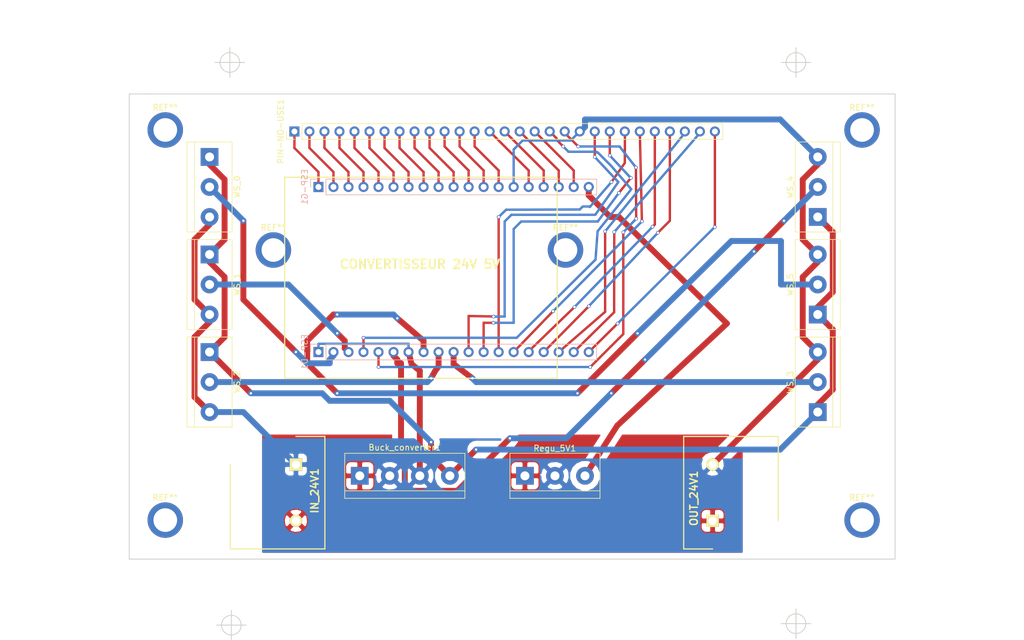
<source format=kicad_pcb>
(kicad_pcb (version 4) (host pcbnew 4.0.6)

  (general
    (links 58)
    (no_connects 0)
    (area 65.302001 27.272 242.546 135.088)
    (thickness 1.6)
    (drawings 17)
    (tracks 302)
    (zones 0)
    (modules 19)
    (nets 39)
  )

  (page A4)
  (layers
    (0 F.Cu signal)
    (31 B.Cu signal)
    (32 B.Adhes user)
    (33 F.Adhes user)
    (34 B.Paste user)
    (35 F.Paste user)
    (36 B.SilkS user)
    (37 F.SilkS user)
    (38 B.Mask user)
    (39 F.Mask user)
    (40 Dwgs.User user)
    (41 Cmts.User user)
    (42 Eco1.User user)
    (43 Eco2.User user)
    (44 Edge.Cuts user)
    (45 Margin user)
    (46 B.CrtYd user)
    (47 F.CrtYd user)
    (48 B.Fab user)
    (49 F.Fab user)
  )

  (setup
    (last_trace_width 0.4)
    (trace_clearance 0.2)
    (zone_clearance 1)
    (zone_45_only yes)
    (trace_min 0.2)
    (segment_width 0.2)
    (edge_width 0.15)
    (via_size 0.6)
    (via_drill 0.4)
    (via_min_size 0.4)
    (via_min_drill 0.3)
    (uvia_size 0.3)
    (uvia_drill 0.1)
    (uvias_allowed no)
    (uvia_min_size 0.2)
    (uvia_min_drill 0.1)
    (pcb_text_width 0.3)
    (pcb_text_size 1.5 1.5)
    (mod_edge_width 0.15)
    (mod_text_size 1 1)
    (mod_text_width 0.15)
    (pad_size 6 6)
    (pad_drill 4)
    (pad_to_mask_clearance 0.2)
    (aux_axis_origin 93.472 114.808)
    (visible_elements 7FFFFFFF)
    (pcbplotparams
      (layerselection 0x00030_80000001)
      (usegerberextensions false)
      (excludeedgelayer true)
      (linewidth 0.100000)
      (plotframeref false)
      (viasonmask false)
      (mode 1)
      (useauxorigin false)
      (hpglpennumber 1)
      (hpglpenspeed 20)
      (hpglpendiameter 15)
      (hpglpenoverlay 2)
      (psnegative false)
      (psa4output false)
      (plotreference true)
      (plotvalue true)
      (plotinvisibletext false)
      (padsonsilk false)
      (subtractmaskfromsilk false)
      (outputformat 1)
      (mirror false)
      (drillshape 1)
      (scaleselection 1)
      (outputdirectory ""))
  )

  (net 0 "")
  (net 1 +24V)
  (net 2 "Net-(Buck_converter1-Pad4)")
  (net 3 WS0)
  (net 4 WS1)
  (net 5 TXDO)
  (net 6 RXD0)
  (net 7 WS4)
  (net 8 GND)
  (net 9 WS5)
  (net 10 WS2)
  (net 11 WS3)
  (net 12 IO17)
  (net 13 IO16)
  (net 14 IO4)
  (net 15 IO0)
  (net 16 IO2)
  (net 17 IO15)
  (net 18 SD1)
  (net 19 3V3)
  (net 20 EN)
  (net 21 SVP)
  (net 22 SVN)
  (net 23 IO34)
  (net 24 IO35)
  (net 25 IO32)
  (net 26 IO33)
  (net 27 IO25)
  (net 28 IO26)
  (net 29 IO27)
  (net 30 IO14)
  (net 31 IO12)
  (net 32 IO13)
  (net 33 SD2)
  (net 34 SD3)
  (net 35 CMD)
  (net 36 SD0)
  (net 37 CLK)
  (net 38 "Net-(ESP-G1-Pad19)")

  (net_class Default "Ceci est la Netclass par défaut"
    (clearance 0.2)
    (trace_width 0.4)
    (via_dia 0.6)
    (via_drill 0.4)
    (uvia_dia 0.3)
    (uvia_drill 0.1)
    (add_net +24V)
    (add_net 3V3)
    (add_net CLK)
    (add_net CMD)
    (add_net EN)
    (add_net GND)
    (add_net IO0)
    (add_net IO12)
    (add_net IO13)
    (add_net IO14)
    (add_net IO15)
    (add_net IO16)
    (add_net IO17)
    (add_net IO2)
    (add_net IO25)
    (add_net IO26)
    (add_net IO27)
    (add_net IO32)
    (add_net IO33)
    (add_net IO34)
    (add_net IO35)
    (add_net IO4)
    (add_net "Net-(Buck_converter1-Pad4)")
    (add_net "Net-(ESP-G1-Pad19)")
    (add_net RXD0)
    (add_net SD0)
    (add_net SD1)
    (add_net SD2)
    (add_net SD3)
    (add_net SVN)
    (add_net SVP)
    (add_net TXDO)
    (add_net WS0)
    (add_net WS1)
    (add_net WS2)
    (add_net WS3)
    (add_net WS4)
    (add_net WS5)
  )

  (module Wire_Pads:SolderWirePad_single_2mmDrill (layer F.Cu) (tedit 5A797C15) (tstamp 5A799BE7)
    (at 111.76 69.088)
    (fp_text reference REF** (at 0 -3.81) (layer F.SilkS)
      (effects (font (size 1 1) (thickness 0.15)))
    )
    (fp_text value Fix (at -0.635 3.81) (layer F.Fab)
      (effects (font (size 1 1) (thickness 0.15)))
    )
    (pad 1 thru_hole circle (at 0 0) (size 6 6) (drill 4) (layers *.Cu *.Mask))
  )

  (module Wire_Pads:SolderWirePad_single_2mmDrill (layer F.Cu) (tedit 5A797C15) (tstamp 5A799BE3)
    (at 211.328 114.808)
    (fp_text reference REF** (at 0 -3.81) (layer F.SilkS)
      (effects (font (size 1 1) (thickness 0.15)))
    )
    (fp_text value Fix (at -0.635 3.81) (layer F.Fab)
      (effects (font (size 1 1) (thickness 0.15)))
    )
    (pad 1 thru_hole circle (at 0 0) (size 6 6) (drill 4) (layers *.Cu *.Mask))
  )

  (module Wire_Pads:SolderWirePad_single_2mmDrill (layer F.Cu) (tedit 5A797C15) (tstamp 5A799BB0)
    (at 161.163 69.088)
    (fp_text reference REF** (at 0 -3.81) (layer F.SilkS)
      (effects (font (size 1 1) (thickness 0.15)))
    )
    (fp_text value Fix (at -0.635 3.81) (layer F.Fab)
      (effects (font (size 1 1) (thickness 0.15)))
    )
    (pad 1 thru_hole circle (at 0 0) (size 6 6) (drill 4) (layers *.Cu *.Mask))
  )

  (module Connectors_Terminal_Blocks:TerminalBlock_bornier-4_P5.08mm (layer F.Cu) (tedit 59FF03D1) (tstamp 5A788B55)
    (at 126.365 107.315)
    (descr "simple 4-pin terminal block, pitch 5.08mm, revamped version of bornier4")
    (tags "terminal block bornier4")
    (path /5A786E13)
    (fp_text reference Buck_converter1 (at 7.6 -4.8) (layer F.SilkS)
      (effects (font (size 1 1) (thickness 0.15)))
    )
    (fp_text value BUCK-CONVERTER (at 7.6 4.75) (layer F.Fab)
      (effects (font (size 1 1) (thickness 0.15)))
    )
    (fp_text user %R (at 7.62 0) (layer F.Fab)
      (effects (font (size 1 1) (thickness 0.15)))
    )
    (fp_line (start -2.48 2.55) (end 17.72 2.55) (layer F.Fab) (width 0.1))
    (fp_line (start -2.43 3.75) (end -2.48 3.75) (layer F.Fab) (width 0.1))
    (fp_line (start -2.48 3.75) (end -2.48 -3.75) (layer F.Fab) (width 0.1))
    (fp_line (start -2.48 -3.75) (end 17.72 -3.75) (layer F.Fab) (width 0.1))
    (fp_line (start 17.72 -3.75) (end 17.72 3.75) (layer F.Fab) (width 0.1))
    (fp_line (start 17.72 3.75) (end -2.43 3.75) (layer F.Fab) (width 0.1))
    (fp_line (start -2.54 -3.81) (end -2.54 3.81) (layer F.SilkS) (width 0.12))
    (fp_line (start 17.78 3.81) (end 17.78 -3.81) (layer F.SilkS) (width 0.12))
    (fp_line (start 17.78 2.54) (end -2.54 2.54) (layer F.SilkS) (width 0.12))
    (fp_line (start -2.54 -3.81) (end 17.78 -3.81) (layer F.SilkS) (width 0.12))
    (fp_line (start -2.54 3.81) (end 17.78 3.81) (layer F.SilkS) (width 0.12))
    (fp_line (start -2.73 -4) (end 17.97 -4) (layer F.CrtYd) (width 0.05))
    (fp_line (start -2.73 -4) (end -2.73 4) (layer F.CrtYd) (width 0.05))
    (fp_line (start 17.97 4) (end 17.97 -4) (layer F.CrtYd) (width 0.05))
    (fp_line (start 17.97 4) (end -2.73 4) (layer F.CrtYd) (width 0.05))
    (pad 2 thru_hole circle (at 5.08 0) (size 3 3) (drill 1.52) (layers *.Cu *.Mask)
      (net 8 GND))
    (pad 3 thru_hole circle (at 10.16 0) (size 3 3) (drill 1.52) (layers *.Cu *.Mask)
      (net 8 GND))
    (pad 1 thru_hole rect (at 0 0) (size 3 3) (drill 1.52) (layers *.Cu *.Mask)
      (net 1 +24V))
    (pad 4 thru_hole circle (at 15.24 0) (size 3 3) (drill 1.52) (layers *.Cu *.Mask)
      (net 2 "Net-(Buck_converter1-Pad4)"))
    (model ${KISYS3DMOD}/Terminal_Blocks.3dshapes/TerminalBlock_bornier-4_P5.08mm.wrl
      (at (xyz 0.3 0 0))
      (scale (xyz 1 1 1))
      (rotate (xyz 0 0 0))
    )
  )

  (module Socket_Strips:Socket_Strip_Straight_1x29_Pitch2.54mm (layer F.Cu) (tedit 58CD5447) (tstamp 5A78920C)
    (at 115.316 49.022 90)
    (descr "Through hole straight socket strip, 1x29, 2.54mm pitch, single row")
    (tags "Through hole socket strip THT 1x29 2.54mm single row")
    (path /5A78AB55)
    (fp_text reference PIN-NO-USE1 (at 0 -2.33 90) (layer F.SilkS)
      (effects (font (size 1 1) (thickness 0.15)))
    )
    (fp_text value PIN-NO-USE (at 0 73.45 90) (layer F.Fab)
      (effects (font (size 1 1) (thickness 0.15)))
    )
    (fp_line (start -1.27 -1.27) (end -1.27 72.39) (layer F.Fab) (width 0.1))
    (fp_line (start -1.27 72.39) (end 1.27 72.39) (layer F.Fab) (width 0.1))
    (fp_line (start 1.27 72.39) (end 1.27 -1.27) (layer F.Fab) (width 0.1))
    (fp_line (start 1.27 -1.27) (end -1.27 -1.27) (layer F.Fab) (width 0.1))
    (fp_line (start -1.33 1.27) (end -1.33 72.45) (layer F.SilkS) (width 0.12))
    (fp_line (start -1.33 72.45) (end 1.33 72.45) (layer F.SilkS) (width 0.12))
    (fp_line (start 1.33 72.45) (end 1.33 1.27) (layer F.SilkS) (width 0.12))
    (fp_line (start 1.33 1.27) (end -1.33 1.27) (layer F.SilkS) (width 0.12))
    (fp_line (start -1.33 0) (end -1.33 -1.33) (layer F.SilkS) (width 0.12))
    (fp_line (start -1.33 -1.33) (end 0 -1.33) (layer F.SilkS) (width 0.12))
    (fp_line (start -1.8 -1.8) (end -1.8 72.9) (layer F.CrtYd) (width 0.05))
    (fp_line (start -1.8 72.9) (end 1.8 72.9) (layer F.CrtYd) (width 0.05))
    (fp_line (start 1.8 72.9) (end 1.8 -1.8) (layer F.CrtYd) (width 0.05))
    (fp_line (start 1.8 -1.8) (end -1.8 -1.8) (layer F.CrtYd) (width 0.05))
    (fp_text user %R (at 0 -2.33 90) (layer F.Fab)
      (effects (font (size 1 1) (thickness 0.15)))
    )
    (pad 1 thru_hole rect (at 0 0 90) (size 1.7 1.7) (drill 1) (layers *.Cu *.Mask)
      (net 19 3V3))
    (pad 2 thru_hole oval (at 0 2.54 90) (size 1.7 1.7) (drill 1) (layers *.Cu *.Mask)
      (net 20 EN))
    (pad 3 thru_hole oval (at 0 5.08 90) (size 1.7 1.7) (drill 1) (layers *.Cu *.Mask)
      (net 21 SVP))
    (pad 4 thru_hole oval (at 0 7.62 90) (size 1.7 1.7) (drill 1) (layers *.Cu *.Mask)
      (net 22 SVN))
    (pad 5 thru_hole oval (at 0 10.16 90) (size 1.7 1.7) (drill 1) (layers *.Cu *.Mask)
      (net 23 IO34))
    (pad 6 thru_hole oval (at 0 12.7 90) (size 1.7 1.7) (drill 1) (layers *.Cu *.Mask)
      (net 24 IO35))
    (pad 7 thru_hole oval (at 0 15.24 90) (size 1.7 1.7) (drill 1) (layers *.Cu *.Mask)
      (net 25 IO32))
    (pad 8 thru_hole oval (at 0 17.78 90) (size 1.7 1.7) (drill 1) (layers *.Cu *.Mask)
      (net 26 IO33))
    (pad 9 thru_hole oval (at 0 20.32 90) (size 1.7 1.7) (drill 1) (layers *.Cu *.Mask)
      (net 27 IO25))
    (pad 10 thru_hole oval (at 0 22.86 90) (size 1.7 1.7) (drill 1) (layers *.Cu *.Mask)
      (net 28 IO26))
    (pad 11 thru_hole oval (at 0 25.4 90) (size 1.7 1.7) (drill 1) (layers *.Cu *.Mask)
      (net 29 IO27))
    (pad 12 thru_hole oval (at 0 27.94 90) (size 1.7 1.7) (drill 1) (layers *.Cu *.Mask)
      (net 30 IO14))
    (pad 13 thru_hole oval (at 0 30.48 90) (size 1.7 1.7) (drill 1) (layers *.Cu *.Mask)
      (net 31 IO12))
    (pad 14 thru_hole oval (at 0 33.02 90) (size 1.7 1.7) (drill 1) (layers *.Cu *.Mask)
      (net 32 IO13))
    (pad 15 thru_hole oval (at 0 35.56 90) (size 1.7 1.7) (drill 1) (layers *.Cu *.Mask)
      (net 33 SD2))
    (pad 16 thru_hole oval (at 0 38.1 90) (size 1.7 1.7) (drill 1) (layers *.Cu *.Mask)
      (net 34 SD3))
    (pad 17 thru_hole oval (at 0 40.64 90) (size 1.7 1.7) (drill 1) (layers *.Cu *.Mask)
      (net 35 CMD))
    (pad 18 thru_hole oval (at 0 43.18 90) (size 1.7 1.7) (drill 1) (layers *.Cu *.Mask)
      (net 5 TXDO))
    (pad 19 thru_hole oval (at 0 45.72 90) (size 1.7 1.7) (drill 1) (layers *.Cu *.Mask)
      (net 6 RXD0))
    (pad 20 thru_hole oval (at 0 48.26 90) (size 1.7 1.7) (drill 1) (layers *.Cu *.Mask)
      (net 8 GND))
    (pad 21 thru_hole oval (at 0 50.8 90) (size 1.7 1.7) (drill 1) (layers *.Cu *.Mask)
      (net 12 IO17))
    (pad 22 thru_hole oval (at 0 53.34 90) (size 1.7 1.7) (drill 1) (layers *.Cu *.Mask)
      (net 13 IO16))
    (pad 23 thru_hole oval (at 0 55.88 90) (size 1.7 1.7) (drill 1) (layers *.Cu *.Mask)
      (net 14 IO4))
    (pad 24 thru_hole oval (at 0 58.42 90) (size 1.7 1.7) (drill 1) (layers *.Cu *.Mask)
      (net 15 IO0))
    (pad 25 thru_hole oval (at 0 60.96 90) (size 1.7 1.7) (drill 1) (layers *.Cu *.Mask)
      (net 16 IO2))
    (pad 26 thru_hole oval (at 0 63.5 90) (size 1.7 1.7) (drill 1) (layers *.Cu *.Mask)
      (net 17 IO15))
    (pad 27 thru_hole oval (at 0 66.04 90) (size 1.7 1.7) (drill 1) (layers *.Cu *.Mask)
      (net 18 SD1))
    (pad 28 thru_hole oval (at 0 68.58 90) (size 1.7 1.7) (drill 1) (layers *.Cu *.Mask)
      (net 36 SD0))
    (pad 29 thru_hole oval (at 0 71.12 90) (size 1.7 1.7) (drill 1) (layers *.Cu *.Mask)
      (net 37 CLK))
    (model ${KISYS3DMOD}/Socket_Strips.3dshapes/Socket_Strip_Straight_1x29_Pitch2.54mm.wrl
      (at (xyz 0 -1.4 0))
      (scale (xyz 1 1 1))
      (rotate (xyz 0 0 270))
    )
  )

  (module Wire_Pads:SolderWirePad_single_2mmDrill (layer F.Cu) (tedit 5A797FA4) (tstamp 5A78ABAA)
    (at 211.328 48.768)
    (fp_text reference REF** (at 0 -3.81) (layer F.SilkS)
      (effects (font (size 1 1) (thickness 0.15)))
    )
    (fp_text value Fix (at -0.635 3.81) (layer F.Fab)
      (effects (font (size 1 1) (thickness 0.15)))
    )
    (pad 1 thru_hole circle (at 0 0) (size 6 6) (drill 4) (layers *.Cu *.Mask))
  )

  (module Wire_Pads:SolderWirePad_single_2mmDrill (layer F.Cu) (tedit 5A797C15) (tstamp 5A78ABB4)
    (at 93.472 114.808)
    (fp_text reference REF** (at 0 -3.81) (layer F.SilkS)
      (effects (font (size 1 1) (thickness 0.15)))
    )
    (fp_text value Fix (at -0.635 3.81) (layer F.Fab)
      (effects (font (size 1 1) (thickness 0.15)))
    )
    (pad 1 thru_hole circle (at 0 0) (size 6 6) (drill 4) (layers *.Cu *.Mask))
  )

  (module Wire_Pads:SolderWirePad_single_2mmDrill (layer F.Cu) (tedit 5A797CB5) (tstamp 5A78ABC2)
    (at 93.472 48.768)
    (fp_text reference REF** (at 0 -3.81) (layer F.SilkS)
      (effects (font (size 1 1) (thickness 0.15)))
    )
    (fp_text value Fix (at -0.635 3.81) (layer F.Fab)
      (effects (font (size 1 1) (thickness 0.15)))
    )
    (pad 1 thru_hole circle (at 0 0) (size 6 6) (drill 4) (layers *.Cu *.Mask))
  )

  (module Socket_Strips:Socket_Strip_Straight_1x19_Pitch2.54mm (layer B.Cu) (tedit 58CD5447) (tstamp 5A78CE35)
    (at 119.38 86.36 270)
    (descr "Through hole straight socket strip, 1x19, 2.54mm pitch, single row")
    (tags "Through hole socket strip THT 1x19 2.54mm single row")
    (path /5A788AEB)
    (fp_text reference ESP-D1 (at 0 2.33 270) (layer B.SilkS)
      (effects (font (size 1 1) (thickness 0.15)) (justify mirror))
    )
    (fp_text value ESP32-D (at 0 -48.05 270) (layer B.Fab)
      (effects (font (size 1 1) (thickness 0.15)) (justify mirror))
    )
    (fp_line (start -1.27 1.27) (end -1.27 -46.99) (layer B.Fab) (width 0.1))
    (fp_line (start -1.27 -46.99) (end 1.27 -46.99) (layer B.Fab) (width 0.1))
    (fp_line (start 1.27 -46.99) (end 1.27 1.27) (layer B.Fab) (width 0.1))
    (fp_line (start 1.27 1.27) (end -1.27 1.27) (layer B.Fab) (width 0.1))
    (fp_line (start -1.33 -1.27) (end -1.33 -47.05) (layer B.SilkS) (width 0.12))
    (fp_line (start -1.33 -47.05) (end 1.33 -47.05) (layer B.SilkS) (width 0.12))
    (fp_line (start 1.33 -47.05) (end 1.33 -1.27) (layer B.SilkS) (width 0.12))
    (fp_line (start 1.33 -1.27) (end -1.33 -1.27) (layer B.SilkS) (width 0.12))
    (fp_line (start -1.33 0) (end -1.33 1.33) (layer B.SilkS) (width 0.12))
    (fp_line (start -1.33 1.33) (end 0 1.33) (layer B.SilkS) (width 0.12))
    (fp_line (start -1.8 1.8) (end -1.8 -47.5) (layer B.CrtYd) (width 0.05))
    (fp_line (start -1.8 -47.5) (end 1.8 -47.5) (layer B.CrtYd) (width 0.05))
    (fp_line (start 1.8 -47.5) (end 1.8 1.8) (layer B.CrtYd) (width 0.05))
    (fp_line (start 1.8 1.8) (end -1.8 1.8) (layer B.CrtYd) (width 0.05))
    (fp_text user %R (at 0 2.33 270) (layer B.Fab)
      (effects (font (size 1 1) (thickness 0.15)) (justify mirror))
    )
    (pad 1 thru_hole rect (at 0 0 270) (size 1.7 1.7) (drill 1) (layers *.Cu *.Mask)
      (net 8 GND))
    (pad 2 thru_hole oval (at 0 -2.54 270) (size 1.7 1.7) (drill 1) (layers *.Cu *.Mask)
      (net 3 WS0))
    (pad 3 thru_hole oval (at 0 -5.08 270) (size 1.7 1.7) (drill 1) (layers *.Cu *.Mask)
      (net 4 WS1))
    (pad 4 thru_hole oval (at 0 -7.62 270) (size 1.7 1.7) (drill 1) (layers *.Cu *.Mask)
      (net 5 TXDO))
    (pad 5 thru_hole oval (at 0 -10.16 270) (size 1.7 1.7) (drill 1) (layers *.Cu *.Mask)
      (net 6 RXD0))
    (pad 6 thru_hole oval (at 0 -12.7 270) (size 1.7 1.7) (drill 1) (layers *.Cu *.Mask)
      (net 7 WS4))
    (pad 7 thru_hole oval (at 0 -15.24 270) (size 1.7 1.7) (drill 1) (layers *.Cu *.Mask)
      (net 8 GND))
    (pad 8 thru_hole oval (at 0 -17.78 270) (size 1.7 1.7) (drill 1) (layers *.Cu *.Mask)
      (net 9 WS5))
    (pad 9 thru_hole oval (at 0 -20.32 270) (size 1.7 1.7) (drill 1) (layers *.Cu *.Mask)
      (net 10 WS2))
    (pad 10 thru_hole oval (at 0 -22.86 270) (size 1.7 1.7) (drill 1) (layers *.Cu *.Mask)
      (net 11 WS3))
    (pad 11 thru_hole oval (at 0 -25.4 270) (size 1.7 1.7) (drill 1) (layers *.Cu *.Mask)
      (net 12 IO17))
    (pad 12 thru_hole oval (at 0 -27.94 270) (size 1.7 1.7) (drill 1) (layers *.Cu *.Mask)
      (net 13 IO16))
    (pad 13 thru_hole oval (at 0 -30.48 270) (size 1.7 1.7) (drill 1) (layers *.Cu *.Mask)
      (net 14 IO4))
    (pad 14 thru_hole oval (at 0 -33.02 270) (size 1.7 1.7) (drill 1) (layers *.Cu *.Mask)
      (net 15 IO0))
    (pad 15 thru_hole oval (at 0 -35.56 270) (size 1.7 1.7) (drill 1) (layers *.Cu *.Mask)
      (net 16 IO2))
    (pad 16 thru_hole oval (at 0 -38.1 270) (size 1.7 1.7) (drill 1) (layers *.Cu *.Mask)
      (net 17 IO15))
    (pad 17 thru_hole oval (at 0 -40.64 270) (size 1.7 1.7) (drill 1) (layers *.Cu *.Mask)
      (net 18 SD1))
    (pad 18 thru_hole oval (at 0 -43.18 270) (size 1.7 1.7) (drill 1) (layers *.Cu *.Mask)
      (net 36 SD0))
    (pad 19 thru_hole oval (at 0 -45.72 270) (size 1.7 1.7) (drill 1) (layers *.Cu *.Mask)
      (net 37 CLK))
    (model ${KISYS3DMOD}/Socket_Strips.3dshapes/Socket_Strip_Straight_1x19_Pitch2.54mm.wrl
      (at (xyz 0 -0.9 0))
      (scale (xyz 1 1 1))
      (rotate (xyz 0 0 270))
    )
  )

  (module Socket_Strips:Socket_Strip_Straight_1x19_Pitch2.54mm (layer B.Cu) (tedit 58CD5447) (tstamp 5A78CE5B)
    (at 119.38 58.42 270)
    (descr "Through hole straight socket strip, 1x19, 2.54mm pitch, single row")
    (tags "Through hole socket strip THT 1x19 2.54mm single row")
    (path /5A788AA6)
    (fp_text reference ESP-G1 (at 0 2.33 270) (layer B.SilkS)
      (effects (font (size 1 1) (thickness 0.15)) (justify mirror))
    )
    (fp_text value ESP32-G (at 0 -48.05 270) (layer B.Fab)
      (effects (font (size 1 1) (thickness 0.15)) (justify mirror))
    )
    (fp_line (start -1.27 1.27) (end -1.27 -46.99) (layer B.Fab) (width 0.1))
    (fp_line (start -1.27 -46.99) (end 1.27 -46.99) (layer B.Fab) (width 0.1))
    (fp_line (start 1.27 -46.99) (end 1.27 1.27) (layer B.Fab) (width 0.1))
    (fp_line (start 1.27 1.27) (end -1.27 1.27) (layer B.Fab) (width 0.1))
    (fp_line (start -1.33 -1.27) (end -1.33 -47.05) (layer B.SilkS) (width 0.12))
    (fp_line (start -1.33 -47.05) (end 1.33 -47.05) (layer B.SilkS) (width 0.12))
    (fp_line (start 1.33 -47.05) (end 1.33 -1.27) (layer B.SilkS) (width 0.12))
    (fp_line (start 1.33 -1.27) (end -1.33 -1.27) (layer B.SilkS) (width 0.12))
    (fp_line (start -1.33 0) (end -1.33 1.33) (layer B.SilkS) (width 0.12))
    (fp_line (start -1.33 1.33) (end 0 1.33) (layer B.SilkS) (width 0.12))
    (fp_line (start -1.8 1.8) (end -1.8 -47.5) (layer B.CrtYd) (width 0.05))
    (fp_line (start -1.8 -47.5) (end 1.8 -47.5) (layer B.CrtYd) (width 0.05))
    (fp_line (start 1.8 -47.5) (end 1.8 1.8) (layer B.CrtYd) (width 0.05))
    (fp_line (start 1.8 1.8) (end -1.8 1.8) (layer B.CrtYd) (width 0.05))
    (fp_text user %R (at 0 2.33 270) (layer B.Fab)
      (effects (font (size 1 1) (thickness 0.15)) (justify mirror))
    )
    (pad 1 thru_hole rect (at 0 0 270) (size 1.7 1.7) (drill 1) (layers *.Cu *.Mask)
      (net 19 3V3))
    (pad 2 thru_hole oval (at 0 -2.54 270) (size 1.7 1.7) (drill 1) (layers *.Cu *.Mask)
      (net 20 EN))
    (pad 3 thru_hole oval (at 0 -5.08 270) (size 1.7 1.7) (drill 1) (layers *.Cu *.Mask)
      (net 21 SVP))
    (pad 4 thru_hole oval (at 0 -7.62 270) (size 1.7 1.7) (drill 1) (layers *.Cu *.Mask)
      (net 22 SVN))
    (pad 5 thru_hole oval (at 0 -10.16 270) (size 1.7 1.7) (drill 1) (layers *.Cu *.Mask)
      (net 23 IO34))
    (pad 6 thru_hole oval (at 0 -12.7 270) (size 1.7 1.7) (drill 1) (layers *.Cu *.Mask)
      (net 24 IO35))
    (pad 7 thru_hole oval (at 0 -15.24 270) (size 1.7 1.7) (drill 1) (layers *.Cu *.Mask)
      (net 25 IO32))
    (pad 8 thru_hole oval (at 0 -17.78 270) (size 1.7 1.7) (drill 1) (layers *.Cu *.Mask)
      (net 26 IO33))
    (pad 9 thru_hole oval (at 0 -20.32 270) (size 1.7 1.7) (drill 1) (layers *.Cu *.Mask)
      (net 27 IO25))
    (pad 10 thru_hole oval (at 0 -22.86 270) (size 1.7 1.7) (drill 1) (layers *.Cu *.Mask)
      (net 28 IO26))
    (pad 11 thru_hole oval (at 0 -25.4 270) (size 1.7 1.7) (drill 1) (layers *.Cu *.Mask)
      (net 29 IO27))
    (pad 12 thru_hole oval (at 0 -27.94 270) (size 1.7 1.7) (drill 1) (layers *.Cu *.Mask)
      (net 30 IO14))
    (pad 13 thru_hole oval (at 0 -30.48 270) (size 1.7 1.7) (drill 1) (layers *.Cu *.Mask)
      (net 31 IO12))
    (pad 14 thru_hole oval (at 0 -33.02 270) (size 1.7 1.7) (drill 1) (layers *.Cu *.Mask)
      (net 8 GND))
    (pad 15 thru_hole oval (at 0 -35.56 270) (size 1.7 1.7) (drill 1) (layers *.Cu *.Mask)
      (net 32 IO13))
    (pad 16 thru_hole oval (at 0 -38.1 270) (size 1.7 1.7) (drill 1) (layers *.Cu *.Mask)
      (net 33 SD2))
    (pad 17 thru_hole oval (at 0 -40.64 270) (size 1.7 1.7) (drill 1) (layers *.Cu *.Mask)
      (net 34 SD3))
    (pad 18 thru_hole oval (at 0 -43.18 270) (size 1.7 1.7) (drill 1) (layers *.Cu *.Mask)
      (net 35 CMD))
    (pad 19 thru_hole oval (at 0 -45.72 270) (size 1.7 1.7) (drill 1) (layers *.Cu *.Mask)
      (net 38 "Net-(ESP-G1-Pad19)"))
    (model ${KISYS3DMOD}/Socket_Strips.3dshapes/Socket_Strip_Straight_1x19_Pitch2.54mm.wrl
      (at (xyz 0 -0.9 0))
      (scale (xyz 1 1 1))
      (rotate (xyz 0 0 270))
    )
  )

  (module Connectors_Terminal_Blocks:TerminalBlock_bornier-3_P5.08mm (layer F.Cu) (tedit 59FF03B9) (tstamp 5A7968A7)
    (at 100.965 53.34 270)
    (descr "simple 3-pin terminal block, pitch 5.08mm, revamped version of bornier3")
    (tags "terminal block bornier3")
    (path /5A796D5D)
    (fp_text reference WS_0 (at 5.05 -4.65 270) (layer F.SilkS)
      (effects (font (size 1 1) (thickness 0.15)))
    )
    (fp_text value Screw_Terminal_1x03 (at 5.08 5.08 270) (layer F.Fab)
      (effects (font (size 1 1) (thickness 0.15)))
    )
    (fp_text user %R (at 5.08 0 270) (layer F.Fab)
      (effects (font (size 1 1) (thickness 0.15)))
    )
    (fp_line (start -2.47 2.55) (end 12.63 2.55) (layer F.Fab) (width 0.1))
    (fp_line (start -2.47 -3.75) (end 12.63 -3.75) (layer F.Fab) (width 0.1))
    (fp_line (start 12.63 -3.75) (end 12.63 3.75) (layer F.Fab) (width 0.1))
    (fp_line (start 12.63 3.75) (end -2.47 3.75) (layer F.Fab) (width 0.1))
    (fp_line (start -2.47 3.75) (end -2.47 -3.75) (layer F.Fab) (width 0.1))
    (fp_line (start -2.54 3.81) (end -2.54 -3.81) (layer F.SilkS) (width 0.12))
    (fp_line (start 12.7 3.81) (end 12.7 -3.81) (layer F.SilkS) (width 0.12))
    (fp_line (start -2.54 2.54) (end 12.7 2.54) (layer F.SilkS) (width 0.12))
    (fp_line (start -2.54 -3.81) (end 12.7 -3.81) (layer F.SilkS) (width 0.12))
    (fp_line (start -2.54 3.81) (end 12.7 3.81) (layer F.SilkS) (width 0.12))
    (fp_line (start -2.72 -4) (end 12.88 -4) (layer F.CrtYd) (width 0.05))
    (fp_line (start -2.72 -4) (end -2.72 4) (layer F.CrtYd) (width 0.05))
    (fp_line (start 12.88 4) (end 12.88 -4) (layer F.CrtYd) (width 0.05))
    (fp_line (start 12.88 4) (end -2.72 4) (layer F.CrtYd) (width 0.05))
    (pad 1 thru_hole rect (at 0 0 270) (size 3 3) (drill 1.52) (layers *.Cu *.Mask)
      (net 2 "Net-(Buck_converter1-Pad4)"))
    (pad 2 thru_hole circle (at 5.08 0 270) (size 3 3) (drill 1.52) (layers *.Cu *.Mask)
      (net 3 WS0))
    (pad 3 thru_hole circle (at 10.16 0 270) (size 3 3) (drill 1.52) (layers *.Cu *.Mask)
      (net 8 GND))
    (model ${KISYS3DMOD}/Terminal_Blocks.3dshapes/TerminalBlock_bornier-3_P5.08mm.wrl
      (at (xyz 0.2 0 0))
      (scale (xyz 1 1 1))
      (rotate (xyz 0 0 0))
    )
  )

  (module Connectors_Terminal_Blocks:TerminalBlock_bornier-3_P5.08mm (layer F.Cu) (tedit 59FF03B9) (tstamp 5A7968BD)
    (at 100.965 69.85 270)
    (descr "simple 3-pin terminal block, pitch 5.08mm, revamped version of bornier3")
    (tags "terminal block bornier3")
    (path /5A796DAB)
    (fp_text reference WS_1 (at 5.05 -4.65 270) (layer F.SilkS)
      (effects (font (size 1 1) (thickness 0.15)))
    )
    (fp_text value Screw_Terminal_1x03 (at 5.08 5.08 270) (layer F.Fab)
      (effects (font (size 1 1) (thickness 0.15)))
    )
    (fp_text user %R (at 5.08 0 270) (layer F.Fab)
      (effects (font (size 1 1) (thickness 0.15)))
    )
    (fp_line (start -2.47 2.55) (end 12.63 2.55) (layer F.Fab) (width 0.1))
    (fp_line (start -2.47 -3.75) (end 12.63 -3.75) (layer F.Fab) (width 0.1))
    (fp_line (start 12.63 -3.75) (end 12.63 3.75) (layer F.Fab) (width 0.1))
    (fp_line (start 12.63 3.75) (end -2.47 3.75) (layer F.Fab) (width 0.1))
    (fp_line (start -2.47 3.75) (end -2.47 -3.75) (layer F.Fab) (width 0.1))
    (fp_line (start -2.54 3.81) (end -2.54 -3.81) (layer F.SilkS) (width 0.12))
    (fp_line (start 12.7 3.81) (end 12.7 -3.81) (layer F.SilkS) (width 0.12))
    (fp_line (start -2.54 2.54) (end 12.7 2.54) (layer F.SilkS) (width 0.12))
    (fp_line (start -2.54 -3.81) (end 12.7 -3.81) (layer F.SilkS) (width 0.12))
    (fp_line (start -2.54 3.81) (end 12.7 3.81) (layer F.SilkS) (width 0.12))
    (fp_line (start -2.72 -4) (end 12.88 -4) (layer F.CrtYd) (width 0.05))
    (fp_line (start -2.72 -4) (end -2.72 4) (layer F.CrtYd) (width 0.05))
    (fp_line (start 12.88 4) (end 12.88 -4) (layer F.CrtYd) (width 0.05))
    (fp_line (start 12.88 4) (end -2.72 4) (layer F.CrtYd) (width 0.05))
    (pad 1 thru_hole rect (at 0 0 270) (size 3 3) (drill 1.52) (layers *.Cu *.Mask)
      (net 2 "Net-(Buck_converter1-Pad4)"))
    (pad 2 thru_hole circle (at 5.08 0 270) (size 3 3) (drill 1.52) (layers *.Cu *.Mask)
      (net 4 WS1))
    (pad 3 thru_hole circle (at 10.16 0 270) (size 3 3) (drill 1.52) (layers *.Cu *.Mask)
      (net 8 GND))
    (model ${KISYS3DMOD}/Terminal_Blocks.3dshapes/TerminalBlock_bornier-3_P5.08mm.wrl
      (at (xyz 0.2 0 0))
      (scale (xyz 1 1 1))
      (rotate (xyz 0 0 0))
    )
  )

  (module Connectors_Terminal_Blocks:TerminalBlock_bornier-3_P5.08mm (layer F.Cu) (tedit 59FF03B9) (tstamp 5A7968D3)
    (at 100.965 86.36 270)
    (descr "simple 3-pin terminal block, pitch 5.08mm, revamped version of bornier3")
    (tags "terminal block bornier3")
    (path /5A796DE4)
    (fp_text reference WS_2 (at 5.05 -4.65 270) (layer F.SilkS)
      (effects (font (size 1 1) (thickness 0.15)))
    )
    (fp_text value Screw_Terminal_1x03 (at 5.08 5.08 270) (layer F.Fab)
      (effects (font (size 1 1) (thickness 0.15)))
    )
    (fp_text user %R (at 5.08 0 270) (layer F.Fab)
      (effects (font (size 1 1) (thickness 0.15)))
    )
    (fp_line (start -2.47 2.55) (end 12.63 2.55) (layer F.Fab) (width 0.1))
    (fp_line (start -2.47 -3.75) (end 12.63 -3.75) (layer F.Fab) (width 0.1))
    (fp_line (start 12.63 -3.75) (end 12.63 3.75) (layer F.Fab) (width 0.1))
    (fp_line (start 12.63 3.75) (end -2.47 3.75) (layer F.Fab) (width 0.1))
    (fp_line (start -2.47 3.75) (end -2.47 -3.75) (layer F.Fab) (width 0.1))
    (fp_line (start -2.54 3.81) (end -2.54 -3.81) (layer F.SilkS) (width 0.12))
    (fp_line (start 12.7 3.81) (end 12.7 -3.81) (layer F.SilkS) (width 0.12))
    (fp_line (start -2.54 2.54) (end 12.7 2.54) (layer F.SilkS) (width 0.12))
    (fp_line (start -2.54 -3.81) (end 12.7 -3.81) (layer F.SilkS) (width 0.12))
    (fp_line (start -2.54 3.81) (end 12.7 3.81) (layer F.SilkS) (width 0.12))
    (fp_line (start -2.72 -4) (end 12.88 -4) (layer F.CrtYd) (width 0.05))
    (fp_line (start -2.72 -4) (end -2.72 4) (layer F.CrtYd) (width 0.05))
    (fp_line (start 12.88 4) (end 12.88 -4) (layer F.CrtYd) (width 0.05))
    (fp_line (start 12.88 4) (end -2.72 4) (layer F.CrtYd) (width 0.05))
    (pad 1 thru_hole rect (at 0 0 270) (size 3 3) (drill 1.52) (layers *.Cu *.Mask)
      (net 2 "Net-(Buck_converter1-Pad4)"))
    (pad 2 thru_hole circle (at 5.08 0 270) (size 3 3) (drill 1.52) (layers *.Cu *.Mask)
      (net 10 WS2))
    (pad 3 thru_hole circle (at 10.16 0 270) (size 3 3) (drill 1.52) (layers *.Cu *.Mask)
      (net 8 GND))
    (model ${KISYS3DMOD}/Terminal_Blocks.3dshapes/TerminalBlock_bornier-3_P5.08mm.wrl
      (at (xyz 0.2 0 0))
      (scale (xyz 1 1 1))
      (rotate (xyz 0 0 0))
    )
  )

  (module Connectors_Terminal_Blocks:TerminalBlock_bornier-3_P5.08mm (layer F.Cu) (tedit 59FF03B9) (tstamp 5A7968E9)
    (at 203.835 96.52 90)
    (descr "simple 3-pin terminal block, pitch 5.08mm, revamped version of bornier3")
    (tags "terminal block bornier3")
    (path /5A796E37)
    (fp_text reference WS_3 (at 5.05 -4.65 90) (layer F.SilkS)
      (effects (font (size 1 1) (thickness 0.15)))
    )
    (fp_text value Screw_Terminal_1x03 (at 5.08 5.08 90) (layer F.Fab)
      (effects (font (size 1 1) (thickness 0.15)))
    )
    (fp_text user %R (at 5.08 0 90) (layer F.Fab)
      (effects (font (size 1 1) (thickness 0.15)))
    )
    (fp_line (start -2.47 2.55) (end 12.63 2.55) (layer F.Fab) (width 0.1))
    (fp_line (start -2.47 -3.75) (end 12.63 -3.75) (layer F.Fab) (width 0.1))
    (fp_line (start 12.63 -3.75) (end 12.63 3.75) (layer F.Fab) (width 0.1))
    (fp_line (start 12.63 3.75) (end -2.47 3.75) (layer F.Fab) (width 0.1))
    (fp_line (start -2.47 3.75) (end -2.47 -3.75) (layer F.Fab) (width 0.1))
    (fp_line (start -2.54 3.81) (end -2.54 -3.81) (layer F.SilkS) (width 0.12))
    (fp_line (start 12.7 3.81) (end 12.7 -3.81) (layer F.SilkS) (width 0.12))
    (fp_line (start -2.54 2.54) (end 12.7 2.54) (layer F.SilkS) (width 0.12))
    (fp_line (start -2.54 -3.81) (end 12.7 -3.81) (layer F.SilkS) (width 0.12))
    (fp_line (start -2.54 3.81) (end 12.7 3.81) (layer F.SilkS) (width 0.12))
    (fp_line (start -2.72 -4) (end 12.88 -4) (layer F.CrtYd) (width 0.05))
    (fp_line (start -2.72 -4) (end -2.72 4) (layer F.CrtYd) (width 0.05))
    (fp_line (start 12.88 4) (end 12.88 -4) (layer F.CrtYd) (width 0.05))
    (fp_line (start 12.88 4) (end -2.72 4) (layer F.CrtYd) (width 0.05))
    (pad 1 thru_hole rect (at 0 0 90) (size 3 3) (drill 1.52) (layers *.Cu *.Mask)
      (net 2 "Net-(Buck_converter1-Pad4)"))
    (pad 2 thru_hole circle (at 5.08 0 90) (size 3 3) (drill 1.52) (layers *.Cu *.Mask)
      (net 11 WS3))
    (pad 3 thru_hole circle (at 10.16 0 90) (size 3 3) (drill 1.52) (layers *.Cu *.Mask)
      (net 8 GND))
    (model ${KISYS3DMOD}/Terminal_Blocks.3dshapes/TerminalBlock_bornier-3_P5.08mm.wrl
      (at (xyz 0.2 0 0))
      (scale (xyz 1 1 1))
      (rotate (xyz 0 0 0))
    )
  )

  (module Connectors_Terminal_Blocks:TerminalBlock_bornier-3_P5.08mm (layer F.Cu) (tedit 59FF03B9) (tstamp 5A7968FF)
    (at 203.835 63.5 90)
    (descr "simple 3-pin terminal block, pitch 5.08mm, revamped version of bornier3")
    (tags "terminal block bornier3")
    (path /5A796E70)
    (fp_text reference WS_4 (at 5.05 -4.65 90) (layer F.SilkS)
      (effects (font (size 1 1) (thickness 0.15)))
    )
    (fp_text value Screw_Terminal_1x03 (at 5.08 5.08 90) (layer F.Fab)
      (effects (font (size 1 1) (thickness 0.15)))
    )
    (fp_text user %R (at 5.08 0 90) (layer F.Fab)
      (effects (font (size 1 1) (thickness 0.15)))
    )
    (fp_line (start -2.47 2.55) (end 12.63 2.55) (layer F.Fab) (width 0.1))
    (fp_line (start -2.47 -3.75) (end 12.63 -3.75) (layer F.Fab) (width 0.1))
    (fp_line (start 12.63 -3.75) (end 12.63 3.75) (layer F.Fab) (width 0.1))
    (fp_line (start 12.63 3.75) (end -2.47 3.75) (layer F.Fab) (width 0.1))
    (fp_line (start -2.47 3.75) (end -2.47 -3.75) (layer F.Fab) (width 0.1))
    (fp_line (start -2.54 3.81) (end -2.54 -3.81) (layer F.SilkS) (width 0.12))
    (fp_line (start 12.7 3.81) (end 12.7 -3.81) (layer F.SilkS) (width 0.12))
    (fp_line (start -2.54 2.54) (end 12.7 2.54) (layer F.SilkS) (width 0.12))
    (fp_line (start -2.54 -3.81) (end 12.7 -3.81) (layer F.SilkS) (width 0.12))
    (fp_line (start -2.54 3.81) (end 12.7 3.81) (layer F.SilkS) (width 0.12))
    (fp_line (start -2.72 -4) (end 12.88 -4) (layer F.CrtYd) (width 0.05))
    (fp_line (start -2.72 -4) (end -2.72 4) (layer F.CrtYd) (width 0.05))
    (fp_line (start 12.88 4) (end 12.88 -4) (layer F.CrtYd) (width 0.05))
    (fp_line (start 12.88 4) (end -2.72 4) (layer F.CrtYd) (width 0.05))
    (pad 1 thru_hole rect (at 0 0 90) (size 3 3) (drill 1.52) (layers *.Cu *.Mask)
      (net 2 "Net-(Buck_converter1-Pad4)"))
    (pad 2 thru_hole circle (at 5.08 0 90) (size 3 3) (drill 1.52) (layers *.Cu *.Mask)
      (net 7 WS4))
    (pad 3 thru_hole circle (at 10.16 0 90) (size 3 3) (drill 1.52) (layers *.Cu *.Mask)
      (net 8 GND))
    (model ${KISYS3DMOD}/Terminal_Blocks.3dshapes/TerminalBlock_bornier-3_P5.08mm.wrl
      (at (xyz 0.2 0 0))
      (scale (xyz 1 1 1))
      (rotate (xyz 0 0 0))
    )
  )

  (module Connectors_Terminal_Blocks:TerminalBlock_bornier-3_P5.08mm (layer F.Cu) (tedit 59FF03B9) (tstamp 5A796915)
    (at 203.835 80.01 90)
    (descr "simple 3-pin terminal block, pitch 5.08mm, revamped version of bornier3")
    (tags "terminal block bornier3")
    (path /5A796ED1)
    (fp_text reference WS_5 (at 5.05 -4.65 90) (layer F.SilkS)
      (effects (font (size 1 1) (thickness 0.15)))
    )
    (fp_text value Screw_Terminal_1x03 (at 5.08 5.08 90) (layer F.Fab)
      (effects (font (size 1 1) (thickness 0.15)))
    )
    (fp_text user %R (at 5.08 0 90) (layer F.Fab)
      (effects (font (size 1 1) (thickness 0.15)))
    )
    (fp_line (start -2.47 2.55) (end 12.63 2.55) (layer F.Fab) (width 0.1))
    (fp_line (start -2.47 -3.75) (end 12.63 -3.75) (layer F.Fab) (width 0.1))
    (fp_line (start 12.63 -3.75) (end 12.63 3.75) (layer F.Fab) (width 0.1))
    (fp_line (start 12.63 3.75) (end -2.47 3.75) (layer F.Fab) (width 0.1))
    (fp_line (start -2.47 3.75) (end -2.47 -3.75) (layer F.Fab) (width 0.1))
    (fp_line (start -2.54 3.81) (end -2.54 -3.81) (layer F.SilkS) (width 0.12))
    (fp_line (start 12.7 3.81) (end 12.7 -3.81) (layer F.SilkS) (width 0.12))
    (fp_line (start -2.54 2.54) (end 12.7 2.54) (layer F.SilkS) (width 0.12))
    (fp_line (start -2.54 -3.81) (end 12.7 -3.81) (layer F.SilkS) (width 0.12))
    (fp_line (start -2.54 3.81) (end 12.7 3.81) (layer F.SilkS) (width 0.12))
    (fp_line (start -2.72 -4) (end 12.88 -4) (layer F.CrtYd) (width 0.05))
    (fp_line (start -2.72 -4) (end -2.72 4) (layer F.CrtYd) (width 0.05))
    (fp_line (start 12.88 4) (end 12.88 -4) (layer F.CrtYd) (width 0.05))
    (fp_line (start 12.88 4) (end -2.72 4) (layer F.CrtYd) (width 0.05))
    (pad 1 thru_hole rect (at 0 0 90) (size 3 3) (drill 1.52) (layers *.Cu *.Mask)
      (net 2 "Net-(Buck_converter1-Pad4)"))
    (pad 2 thru_hole circle (at 5.08 0 90) (size 3 3) (drill 1.52) (layers *.Cu *.Mask)
      (net 9 WS5))
    (pad 3 thru_hole circle (at 10.16 0 90) (size 3 3) (drill 1.52) (layers *.Cu *.Mask)
      (net 8 GND))
    (model ${KISYS3DMOD}/Terminal_Blocks.3dshapes/TerminalBlock_bornier-3_P5.08mm.wrl
      (at (xyz 0.2 0 0))
      (scale (xyz 1 1 1))
      (rotate (xyz 0 0 0))
    )
  )

  (module Connectors_Terminal_Blocks:TerminalBlock_bornier-3_P5.08mm (layer F.Cu) (tedit 59FF03B9) (tstamp 5A796ACD)
    (at 154.305 107.315)
    (descr "simple 3-pin terminal block, pitch 5.08mm, revamped version of bornier3")
    (tags "terminal block bornier3")
    (path /5A798B47)
    (fp_text reference Regu_5V1 (at 5.05 -4.65) (layer F.SilkS)
      (effects (font (size 1 1) (thickness 0.15)))
    )
    (fp_text value Screw_Terminal_1x03 (at 5.08 5.08) (layer F.Fab)
      (effects (font (size 1 1) (thickness 0.15)))
    )
    (fp_text user %R (at 5.08 0) (layer F.Fab)
      (effects (font (size 1 1) (thickness 0.15)))
    )
    (fp_line (start -2.47 2.55) (end 12.63 2.55) (layer F.Fab) (width 0.1))
    (fp_line (start -2.47 -3.75) (end 12.63 -3.75) (layer F.Fab) (width 0.1))
    (fp_line (start 12.63 -3.75) (end 12.63 3.75) (layer F.Fab) (width 0.1))
    (fp_line (start 12.63 3.75) (end -2.47 3.75) (layer F.Fab) (width 0.1))
    (fp_line (start -2.47 3.75) (end -2.47 -3.75) (layer F.Fab) (width 0.1))
    (fp_line (start -2.54 3.81) (end -2.54 -3.81) (layer F.SilkS) (width 0.12))
    (fp_line (start 12.7 3.81) (end 12.7 -3.81) (layer F.SilkS) (width 0.12))
    (fp_line (start -2.54 2.54) (end 12.7 2.54) (layer F.SilkS) (width 0.12))
    (fp_line (start -2.54 -3.81) (end 12.7 -3.81) (layer F.SilkS) (width 0.12))
    (fp_line (start -2.54 3.81) (end 12.7 3.81) (layer F.SilkS) (width 0.12))
    (fp_line (start -2.72 -4) (end 12.88 -4) (layer F.CrtYd) (width 0.05))
    (fp_line (start -2.72 -4) (end -2.72 4) (layer F.CrtYd) (width 0.05))
    (fp_line (start 12.88 4) (end 12.88 -4) (layer F.CrtYd) (width 0.05))
    (fp_line (start 12.88 4) (end -2.72 4) (layer F.CrtYd) (width 0.05))
    (pad 1 thru_hole rect (at 0 0) (size 3 3) (drill 1.52) (layers *.Cu *.Mask)
      (net 1 +24V))
    (pad 2 thru_hole circle (at 5.08 0) (size 3 3) (drill 1.52) (layers *.Cu *.Mask)
      (net 8 GND))
    (pad 3 thru_hole circle (at 10.16 0) (size 3 3) (drill 1.52) (layers *.Cu *.Mask)
      (net 38 "Net-(ESP-G1-Pad19)"))
    (model ${KISYS3DMOD}/Terminal_Blocks.3dshapes/TerminalBlock_bornier-3_P5.08mm.wrl
      (at (xyz 0.2 0 0))
      (scale (xyz 1 1 1))
      (rotate (xyz 0 0 0))
    )
  )

  (module SHDR2W120P0X952_1X2_1904X1600X2150P (layer F.Cu) (tedit 5A797671) (tstamp 5A797244)
    (at 115.57 105.41 270)
    (descr 1902547)
    (tags Connector)
    (path /5A7992A1)
    (fp_text reference IN_24V1 (at 4.445 -3.175 270) (layer F.SilkS)
      (effects (font (size 1.27 1.27) (thickness 0.254)))
    )
    (fp_text value 1902547 (at 4.445 8.255 270) (layer F.SilkS) hide
      (effects (font (size 1.27 1.27) (thickness 0.254)))
    )
    (fp_line (start -5.01 11.35) (end -5.01 -5.15) (layer Dwgs.User) (width 0.05))
    (fp_line (start -5.01 -5.15) (end 14.53 -5.15) (layer Dwgs.User) (width 0.05))
    (fp_line (start 14.53 -5.15) (end 14.53 11.35) (layer Dwgs.User) (width 0.05))
    (fp_line (start 14.53 11.35) (end -5.01 11.35) (layer Dwgs.User) (width 0.05))
    (fp_line (start -4.76 11.1) (end -4.76 -4.9) (layer Dwgs.User) (width 0.1))
    (fp_line (start -4.76 -4.9) (end 14.28 -4.9) (layer Dwgs.User) (width 0.1))
    (fp_line (start 14.28 -4.9) (end 14.28 11.1) (layer Dwgs.User) (width 0.1))
    (fp_line (start 14.28 11.1) (end -4.76 11.1) (layer Dwgs.User) (width 0.1))
    (fp_line (start 0 11.1) (end 14.28 11.1) (layer F.SilkS) (width 0.2))
    (fp_line (start 14.28 11.1) (end 14.28 -4.9) (layer F.SilkS) (width 0.2))
    (fp_line (start 14.28 -4.9) (end -4.76 -4.9) (layer F.SilkS) (width 0.2))
    (fp_line (start -4.76 -4.9) (end -4.76 0) (layer F.SilkS) (width 0.2))
    (pad 1 thru_hole rect (at 0 0) (size 2.1 2.1) (drill 1.4) (layers *.Cu *.Mask F.SilkS)
      (net 8 GND))
    (pad 2 thru_hole circle (at 9.52 0) (size 2.1 2.1) (drill 1.4) (layers *.Cu *.Mask F.SilkS)
      (net 1 +24V))
  )

  (module SHDR2W120P0X952_1X2_1904X1600X2150P (layer F.Cu) (tedit 5A79767B) (tstamp 5A797256)
    (at 186.055 114.935 90)
    (descr 1902547)
    (tags Connector)
    (path /5A799224)
    (fp_text reference OUT_24V1 (at 3.81 -3.175 90) (layer F.SilkS)
      (effects (font (size 1.27 1.27) (thickness 0.254)))
    )
    (fp_text value 1902547 (at 5.08 6.985 90) (layer F.SilkS) hide
      (effects (font (size 1.27 1.27) (thickness 0.254)))
    )
    (fp_line (start -5.01 11.35) (end -5.01 -5.15) (layer Dwgs.User) (width 0.05))
    (fp_line (start -5.01 -5.15) (end 14.53 -5.15) (layer Dwgs.User) (width 0.05))
    (fp_line (start 14.53 -5.15) (end 14.53 11.35) (layer Dwgs.User) (width 0.05))
    (fp_line (start 14.53 11.35) (end -5.01 11.35) (layer Dwgs.User) (width 0.05))
    (fp_line (start -4.76 11.1) (end -4.76 -4.9) (layer Dwgs.User) (width 0.1))
    (fp_line (start -4.76 -4.9) (end 14.28 -4.9) (layer Dwgs.User) (width 0.1))
    (fp_line (start 14.28 -4.9) (end 14.28 11.1) (layer Dwgs.User) (width 0.1))
    (fp_line (start 14.28 11.1) (end -4.76 11.1) (layer Dwgs.User) (width 0.1))
    (fp_line (start 0 11.1) (end 14.28 11.1) (layer F.SilkS) (width 0.2))
    (fp_line (start 14.28 11.1) (end 14.28 -4.9) (layer F.SilkS) (width 0.2))
    (fp_line (start 14.28 -4.9) (end -4.76 -4.9) (layer F.SilkS) (width 0.2))
    (fp_line (start -4.76 -4.9) (end -4.76 0) (layer F.SilkS) (width 0.2))
    (pad 1 thru_hole rect (at 0 0 180) (size 2.1 2.1) (drill 1.4) (layers *.Cu *.Mask F.SilkS)
      (net 1 +24V))
    (pad 2 thru_hole circle (at 9.52 0 180) (size 2.1 2.1) (drill 1.4) (layers *.Cu *.Mask F.SilkS)
      (net 8 GND))
  )

  (gr_text "CONVERTISSEUR 24V 5V" (at 136.525 71.501) (layer F.SilkS)
    (effects (font (size 1.5 1.5) (thickness 0.3)))
  )
  (gr_line (start 113.665 56.769) (end 159.766 56.769) (angle 90) (layer F.SilkS) (width 0.2))
  (gr_line (start 113.665 90.805) (end 113.665 56.769) (angle 90) (layer F.SilkS) (width 0.2))
  (gr_line (start 159.766 90.805) (end 113.665 90.805) (angle 90) (layer F.SilkS) (width 0.2))
  (gr_line (start 159.766 56.769) (end 159.766 90.805) (angle 90) (layer F.SilkS) (width 0.2))
  (gr_line (start 87.376 42.672) (end 89.916 42.672) (angle 90) (layer Edge.Cuts) (width 0.15))
  (gr_line (start 87.376 121.412) (end 87.376 42.672) (angle 90) (layer Edge.Cuts) (width 0.15))
  (gr_line (start 216.916 121.412) (end 87.376 121.412) (angle 90) (layer Edge.Cuts) (width 0.15))
  (gr_line (start 216.916 42.672) (end 216.916 121.412) (angle 90) (layer Edge.Cuts) (width 0.15))
  (gr_line (start 89.916 42.672) (end 216.916 42.672) (angle 90) (layer Edge.Cuts) (width 0.15))
  (target plus (at 200.152 132.334) (size 5) (width 0.15) (layer Edge.Cuts))
  (target plus (at 200.152 37.338) (size 5) (width 0.15) (layer Edge.Cuts))
  (target plus (at 104.394 37.338) (size 5) (width 0.15) (layer Edge.Cuts))
  (target plus (at 104.648 132.588) (size 5) (width 0.15) (layer Edge.Cuts))
  (dimension 66.04 (width 0.3) (layer Dwgs.User)
    (gr_text "66,040 mm" (at 71.802 81.788 270) (layer Dwgs.User)
      (effects (font (size 1.5 1.5) (thickness 0.3)))
    )
    (feature1 (pts (xy 93.472 114.808) (xy 70.452 114.808)))
    (feature2 (pts (xy 93.472 48.768) (xy 70.452 48.768)))
    (crossbar (pts (xy 73.152 48.768) (xy 73.152 114.808)))
    (arrow1a (pts (xy 73.152 114.808) (xy 72.565579 113.681496)))
    (arrow1b (pts (xy 73.152 114.808) (xy 73.738421 113.681496)))
    (arrow2a (pts (xy 73.152 48.768) (xy 72.565579 49.894504)))
    (arrow2b (pts (xy 73.152 48.768) (xy 73.738421 49.894504)))
  )
  (dimension 78.74 (width 0.3) (layer Dwgs.User)
    (gr_text "78,740 mm" (at 236.046 82.042 270) (layer Dwgs.User)
      (effects (font (size 1.5 1.5) (thickness 0.3)))
    )
    (feature1 (pts (xy 216.916 121.412) (xy 237.396 121.412)))
    (feature2 (pts (xy 216.916 42.672) (xy 237.396 42.672)))
    (crossbar (pts (xy 234.696 42.672) (xy 234.696 121.412)))
    (arrow1a (pts (xy 234.696 121.412) (xy 234.109579 120.285496)))
    (arrow1b (pts (xy 234.696 121.412) (xy 235.282421 120.285496)))
    (arrow2a (pts (xy 234.696 42.672) (xy 234.109579 43.798504)))
    (arrow2b (pts (xy 234.696 42.672) (xy 235.282421 43.798504)))
  )
  (dimension 129.54 (width 0.3) (layer Dwgs.User)
    (gr_text "129,540 mm" (at 152.146 28.622) (layer Dwgs.User)
      (effects (font (size 1.5 1.5) (thickness 0.3)))
    )
    (feature1 (pts (xy 216.916 42.672) (xy 216.916 27.272)))
    (feature2 (pts (xy 87.376 42.672) (xy 87.376 27.272)))
    (crossbar (pts (xy 87.376 29.972) (xy 216.916 29.972)))
    (arrow1a (pts (xy 216.916 29.972) (xy 215.789496 30.558421)))
    (arrow1b (pts (xy 216.916 29.972) (xy 215.789496 29.385579)))
    (arrow2a (pts (xy 87.376 29.972) (xy 88.502504 30.558421)))
    (arrow2b (pts (xy 87.376 29.972) (xy 88.502504 29.385579)))
  )

  (segment (start 115.57 114.935) (end 115.57 114.93) (width 1) (layer B.Cu) (net 1) (tstamp 5A79791F) (status 80000))
  (segment (start 141.605 107.315) (end 138.43 104.14) (width 1) (layer F.Cu) (net 2) (status 80000))
  (segment (start 138.43 104.14) (end 138.43 101.6) (width 1) (layer F.Cu) (net 2) (status 80000))
  (via (at 138.43 101.6) (size 0.6) (layers F.Cu B.Cu) (net 2) (status 80000))
  (segment (start 138.43 101.6) (end 131.445 94.615) (width 1) (layer B.Cu) (net 2) (status 80000))
  (segment (start 131.445 94.615) (end 121.285 94.615) (width 1) (layer B.Cu) (net 2) (status 80000))
  (segment (start 121.285 94.615) (end 120.015 93.345) (width 1) (layer B.Cu) (net 2) (status 80000))
  (segment (start 120.015 93.345) (end 107.95 93.345) (width 1) (layer B.Cu) (net 2) (status 80000))
  (via (at 107.95 93.345) (size 0.6) (layers F.Cu B.Cu) (net 2) (status 80000))
  (segment (start 107.95 93.345) (end 100.965 86.36) (width 1) (layer F.Cu) (net 2) (status 80000))
  (segment (start 203.835 96.52) (end 197.485 102.87) (width 1) (layer B.Cu) (net 2) (status 80000))
  (segment (start 197.485 102.87) (end 146.05 102.87) (width 1) (layer B.Cu) (net 2) (status 80000))
  (via (at 146.05 102.87) (size 0.6) (layers F.Cu B.Cu) (net 2) (status 80000))
  (segment (start 146.05 102.87) (end 141.605 107.315) (width 1) (layer F.Cu) (net 2) (status 80000))
  (segment (start 100.965 69.85) (end 103.505 67.31) (width 1) (layer F.Cu) (net 2) (status 80000))
  (segment (start 103.505 67.31) (end 103.505 57.15) (width 1) (layer F.Cu) (net 2) (status 80000))
  (segment (start 103.505 57.15) (end 100.965 54.61) (width 1) (layer F.Cu) (net 2) (status 80000))
  (segment (start 100.965 54.61) (end 100.965 53.34) (width 1) (layer F.Cu) (net 2) (status 80000))
  (segment (start 100.965 86.36) (end 103.505 83.82) (width 1) (layer F.Cu) (net 2) (status 80000))
  (segment (start 103.505 83.82) (end 103.505 73.66) (width 1) (layer F.Cu) (net 2) (status 80000))
  (segment (start 103.505 73.66) (end 100.965 71.12) (width 1) (layer F.Cu) (net 2) (status 80000))
  (segment (start 100.965 71.12) (end 100.965 69.85) (width 1) (layer F.Cu) (net 2) (status 80000))
  (segment (start 203.835 80.01) (end 206.375 82.55) (width 1) (layer F.Cu) (net 2) (status 80000))
  (segment (start 206.375 82.55) (end 206.375 92.71) (width 1) (layer F.Cu) (net 2) (status 80000))
  (segment (start 206.375 92.71) (end 203.835 95.25) (width 1) (layer F.Cu) (net 2) (status 80000))
  (segment (start 203.835 95.25) (end 203.835 96.52) (width 1) (layer F.Cu) (net 2) (status 80000))
  (segment (start 203.835 63.5) (end 206.375 66.04) (width 1) (layer F.Cu) (net 2) (status 80000))
  (segment (start 206.375 66.04) (end 206.375 76.2) (width 1) (layer F.Cu) (net 2) (status 80000))
  (segment (start 206.375 76.2) (end 203.835 78.74) (width 1) (layer F.Cu) (net 2) (status 80000))
  (segment (start 203.835 78.74) (end 203.835 80.01) (width 1) (layer F.Cu) (net 2) (status 80000))
  (segment (start 121.92 86.36) (end 121.92 86.995) (width 1) (layer B.Cu) (net 3) (status 80000))
  (segment (start 121.92 86.995) (end 121.285 87.63) (width 1) (layer B.Cu) (net 3) (status 80000))
  (segment (start 121.285 87.63) (end 121.285 88.265) (width 1) (layer B.Cu) (net 3) (status 80000))
  (segment (start 121.285 88.265) (end 117.475 88.265) (width 1) (layer B.Cu) (net 3) (status 80000))
  (segment (start 117.475 88.265) (end 115.57 86.36) (width 1) (layer B.Cu) (net 3) (status 80000))
  (via (at 115.57 86.36) (size 0.6) (layers F.Cu B.Cu) (net 3) (status 80000))
  (segment (start 115.57 86.36) (end 106.68 77.47) (width 1) (layer F.Cu) (net 3) (status 80000))
  (segment (start 106.68 77.47) (end 106.68 64.135) (width 1) (layer F.Cu) (net 3) (status 80000))
  (via (at 106.68 64.135) (size 0.6) (layers F.Cu B.Cu) (net 3) (status 80000))
  (segment (start 106.68 64.135) (end 100.965 58.42) (width 1) (layer B.Cu) (net 3) (status 80000))
  (segment (start 124.46 86.36) (end 123.825 85.725) (width 1) (layer F.Cu) (net 4) (status 80000))
  (segment (start 123.825 85.725) (end 123.825 84.455) (width 1) (layer F.Cu) (net 4) (status 80000))
  (segment (start 123.825 84.455) (end 122.555 83.185) (width 1) (layer F.Cu) (net 4) (status 80000))
  (via (at 122.555 83.185) (size 0.6) (layers F.Cu B.Cu) (net 4) (status 80000))
  (segment (start 122.555 83.185) (end 114.3 74.93) (width 1) (layer B.Cu) (net 4) (status 80000))
  (segment (start 114.3 74.93) (end 100.965 74.93) (width 1) (layer B.Cu) (net 4) (status 80000))
  (segment (start 124.46 86.106) (end 124.46 86.36) (width 0.4) (layer F.Cu) (net 4) (status 80000))
  (segment (start 158.496 49.022) (end 159.639 50.165) (width 0.4) (layer F.Cu) (net 5) (status 80000))
  (segment (start 159.639 50.165) (end 159.639 50.419) (width 0.4) (layer F.Cu) (net 5) (status 80000))
  (segment (start 159.639 50.419) (end 160.782 51.562) (width 0.4) (layer F.Cu) (net 5) (status 80000))
  (via (at 160.782 51.562) (size 0.6) (layers F.Cu B.Cu) (net 5) (status 80000))
  (segment (start 160.782 51.562) (end 161.671 52.451) (width 0.4) (layer B.Cu) (net 5) (status 80000))
  (segment (start 161.671 52.451) (end 166.37 52.451) (width 0.4) (layer B.Cu) (net 5) (status 80000))
  (segment (start 166.37 52.451) (end 166.497 52.578) (width 0.4) (layer B.Cu) (net 5) (status 80000))
  (segment (start 166.497 52.578) (end 166.624 52.578) (width 0.4) (layer B.Cu) (net 5) (status 80000))
  (segment (start 166.624 52.578) (end 168.91 54.864) (width 0.4) (layer B.Cu) (net 5) (status 80000))
  (segment (start 168.91 54.864) (end 172.2882 58.801) (width 0.4) (layer B.Cu) (net 5) (status 80000))
  (segment (start 172.2882 58.801) (end 166.624 65.8876) (width 0.4) (layer B.Cu) (net 5) (status 80000))
  (segment (start 166.5986 65.8876) (end 166.243 70.7136) (width 0.4) (layer B.Cu) (net 5) (status 80000))
  (segment (start 166.243 70.7136) (end 152.908 83.947) (width 0.4) (layer B.Cu) (net 5) (tstamp 5A78D636) (status 80000))
  (segment (start 152.908 83.947) (end 127 83.947) (width 0.4) (layer B.Cu) (net 5) (status 80000))
  (via (at 127 83.947) (size 0.6) (layers F.Cu B.Cu) (net 5) (status 80000))
  (segment (start 127 83.947) (end 127 86.106) (width 0.4) (layer F.Cu) (net 5) (status 80000))
  (segment (start 127 86.106) (end 127 86.36) (width 0.4) (layer F.Cu) (net 5) (status 80000))
  (segment (start 129.54 86.36) (end 129.54 88.9) (width 0.4) (layer F.Cu) (net 6) (status 80000))
  (via (at 129.54 88.9) (size 0.6) (layers F.Cu B.Cu) (net 6) (status 80000))
  (segment (start 129.54 88.9) (end 165.354 88.9) (width 0.4) (layer B.Cu) (net 6) (status 80000))
  (via (at 165.354 88.9) (size 0.6) (layers F.Cu B.Cu) (net 6) (status 80000))
  (segment (start 165.354 88.9) (end 170.942 83.312) (width 0.4) (layer F.Cu) (net 6) (status 80000))
  (segment (start 170.942 83.312) (end 170.942 66.0908) (width 0.4) (layer F.Cu) (net 6) (status 80000))
  (via (at 170.942 66.0908) (size 0.6) (layers F.Cu B.Cu) (net 6) (status 80000))
  (segment (start 170.942 66.0908) (end 173.1264 63.7794) (width 0.4) (layer B.Cu) (net 6) (status 80000))
  (via (at 173.1264 63.7794) (size 0.6) (layers F.Cu B.Cu) (net 6) (status 80000))
  (segment (start 173.1264 63.8556) (end 173.0756 55.118) (width 0.4) (layer F.Cu) (net 6) (status 80000))
  (via (at 173.0756 55.118) (size 0.6) (layers F.Cu B.Cu) (net 6) (status 80000))
  (segment (start 173.0756 55.118) (end 170.307 51.562) (width 0.4) (layer B.Cu) (net 6) (status 80000))
  (segment (start 170.307 51.562) (end 163.322 51.562) (width 0.4) (layer B.Cu) (net 6) (status 80000))
  (via (at 163.322 51.562) (size 0.6) (layers F.Cu B.Cu) (net 6) (status 80000))
  (segment (start 163.322 51.562) (end 161.036 49.276) (width 0.4) (layer F.Cu) (net 6) (status 80000))
  (segment (start 161.036 49.276) (end 161.036 49.022) (width 0.4) (layer F.Cu) (net 6) (status 80000))
  (segment (start 203.835 58.42) (end 198.12 64.135) (width 1) (layer B.Cu) (net 7) (status 80000))
  (segment (start 132.715 87.63) (end 132.08 86.995) (width 1) (layer F.Cu) (net 7) (status 80000))
  (segment (start 132.715 88.265) (end 132.715 87.63) (width 1) (layer F.Cu) (net 7) (status 80000))
  (segment (start 133.35 88.265) (end 132.715 88.265) (width 1) (layer F.Cu) (net 7) (status 80000))
  (segment (start 133.35 105.41) (end 133.35 88.265) (width 1) (layer F.Cu) (net 7) (status 80000))
  (segment (start 133.985 106.045) (end 133.35 105.41) (width 1) (layer F.Cu) (net 7) (status 80000))
  (segment (start 133.985 108.585) (end 133.985 106.045) (width 1) (layer F.Cu) (net 7) (status 80000))
  (segment (start 135.255 109.855) (end 133.985 108.585) (width 1) (layer F.Cu) (net 7) (status 80000))
  (segment (start 142.875 109.855) (end 135.255 109.855) (width 1) (layer F.Cu) (net 7) (status 80000))
  (segment (start 151.765 100.965) (end 142.875 109.855) (width 1) (layer F.Cu) (net 7) (status 80000))
  (via (at 151.765 100.965) (size 0.6) (layers F.Cu B.Cu) (net 7) (status 80000))
  (segment (start 161.29 100.965) (end 151.765 100.965) (width 1) (layer B.Cu) (net 7) (status 80000))
  (segment (start 168.91 93.345) (end 161.29 100.965) (width 1) (layer B.Cu) (net 7) (status 80000))
  (via (at 168.91 93.345) (size 0.6) (layers F.Cu B.Cu) (net 7) (status 80000))
  (segment (start 174.625 87.63) (end 168.91 93.345) (width 1) (layer F.Cu) (net 7) (status 80000))
  (via (at 174.625 87.63) (size 0.6) (layers F.Cu B.Cu) (net 7) (status 80000))
  (segment (start 193.04 69.342) (end 174.625 87.63) (width 1) (layer B.Cu) (net 7) (status 80000))
  (via (at 193.04 69.342) (size 0.6) (layers F.Cu B.Cu) (net 7) (status 80000))
  (segment (start 198.12 64.135) (end 193.04 69.342) (width 1) (layer F.Cu) (net 7) (status 80000))
  (via (at 198.12 64.135) (size 0.6) (layers F.Cu B.Cu) (net 7) (status 80000))
  (segment (start 132.08 86.995) (end 132.08 86.36) (width 1) (layer F.Cu) (net 7) (status 80000))
  (segment (start 163.576 49.022) (end 162.052 50.546) (width 0.4) (layer B.Cu) (net 8))
  (segment (start 152.4 52.07) (end 152.4 58.42) (width 0.4) (layer B.Cu) (net 8) (tstamp 5A7981C0))
  (segment (start 153.924 50.546) (end 152.4 52.07) (width 0.4) (layer B.Cu) (net 8) (tstamp 5A7981B0))
  (segment (start 162.052 50.546) (end 153.924 50.546) (width 0.4) (layer B.Cu) (net 8) (tstamp 5A7981AC))
  (segment (start 186.055 105.415) (end 186.055 105.41) (width 1) (layer F.Cu) (net 8) (status 80000))
  (segment (start 186.055 105.41) (end 203.835 87.63) (width 1) (layer F.Cu) (net 8) (status 80000))
  (segment (start 203.835 87.63) (end 203.835 86.36) (width 1) (layer F.Cu) (net 8) (status 80000))
  (segment (start 203.835 53.34) (end 197.485 46.99) (width 1) (layer B.Cu) (net 8) (status 80000))
  (segment (start 197.485 46.99) (end 164.465 46.99) (width 1) (layer B.Cu) (net 8) (status 80000))
  (segment (start 164.465 46.99) (end 164.465 48.26) (width 1) (layer B.Cu) (net 8) (status 80000))
  (segment (start 164.465 48.26) (end 163.83 48.895) (width 1) (layer B.Cu) (net 8) (status 80000))
  (segment (start 163.83 48.895) (end 163.576 49.022) (width 1) (layer B.Cu) (net 8) (tstamp 5A797920) (status 80000))
  (segment (start 115.57 105.41) (end 106.68 96.52) (width 1) (layer B.Cu) (net 8) (status 80000))
  (segment (start 106.68 96.52) (end 100.965 96.52) (width 1) (layer B.Cu) (net 8) (status 80000))
  (segment (start 186.055 105.41) (end 186.055 105.415) (width 1) (layer B.Cu) (net 8) (tstamp 5A79791E) (status 80000))
  (segment (start 134.62 86.36) (end 134.62 86.36) (width 1) (layer F.Cu) (net 8) (status 80000))
  (segment (start 134.62 86.36) (end 135.128 88.392) (width 1) (layer F.Cu) (net 8) (status 80000))
  (segment (start 135.128 88.392) (end 136.525 89.535) (width 1) (layer F.Cu) (net 8) (status 80000))
  (segment (start 136.525 89.535) (end 136.525 107.315) (width 1) (layer F.Cu) (net 8) (status 80000))
  (segment (start 100.965 80.01) (end 98.425 77.47) (width 1) (layer F.Cu) (net 8) (status 80000))
  (segment (start 98.425 77.47) (end 98.425 67.31) (width 1) (layer F.Cu) (net 8) (status 80000))
  (segment (start 98.425 67.31) (end 100.965 64.77) (width 1) (layer F.Cu) (net 8) (status 80000))
  (segment (start 100.965 64.77) (end 100.965 63.5) (width 1) (layer F.Cu) (net 8) (status 80000))
  (segment (start 100.965 96.52) (end 98.425 93.98) (width 1) (layer F.Cu) (net 8) (status 80000))
  (segment (start 98.425 93.98) (end 98.425 83.82) (width 1) (layer F.Cu) (net 8) (status 80000))
  (segment (start 98.425 83.82) (end 100.965 81.28) (width 1) (layer F.Cu) (net 8) (status 80000))
  (segment (start 100.965 81.28) (end 100.965 80.01) (width 1) (layer F.Cu) (net 8) (status 80000))
  (segment (start 203.835 69.85) (end 201.295 67.31) (width 1) (layer F.Cu) (net 8) (status 80000))
  (segment (start 201.295 67.31) (end 201.295 57.15) (width 1) (layer F.Cu) (net 8) (status 80000))
  (segment (start 201.295 57.15) (end 203.835 54.61) (width 1) (layer F.Cu) (net 8) (status 80000))
  (segment (start 203.835 54.61) (end 203.835 53.34) (width 1) (layer F.Cu) (net 8) (status 80000))
  (segment (start 203.835 86.36) (end 201.295 83.82) (width 1) (layer F.Cu) (net 8) (status 80000))
  (segment (start 201.295 83.82) (end 201.295 73.66) (width 1) (layer F.Cu) (net 8) (status 80000))
  (segment (start 201.295 73.66) (end 203.835 71.12) (width 1) (layer F.Cu) (net 8) (status 80000))
  (segment (start 203.835 71.12) (end 203.835 69.85) (width 1) (layer F.Cu) (net 8) (status 80000))
  (segment (start 119.38 86.36) (end 119.38 86.233) (width 0.4) (layer B.Cu) (net 8) (status 80000))
  (segment (start 119.38 86.233) (end 119.38 85.09) (width 0.4) (layer B.Cu) (net 8) (status 80000))
  (segment (start 119.38 85.09) (end 119.38 84.963) (width 0.4) (layer B.Cu) (net 8) (status 80000))
  (segment (start 119.38 84.963) (end 134.62 84.963) (width 0.4) (layer B.Cu) (net 8) (status 80000))
  (segment (start 134.62 84.963) (end 134.62 86.36) (width 0.4) (layer B.Cu) (net 8) (status 80000))
  (segment (start 137.16 86.36) (end 137.16 86.487) (width 1) (layer F.Cu) (net 9) (status 80000))
  (segment (start 137.16 86.487) (end 137.16 84.455) (width 1) (layer F.Cu) (net 9) (status 80000))
  (segment (start 137.16 84.455) (end 132.715 80.645) (width 1) (layer F.Cu) (net 9) (status 80000))
  (via (at 132.715 80.645) (size 0.6) (layers F.Cu B.Cu) (net 9) (status 80000))
  (segment (start 132.715 80.645) (end 132.08 80.01) (width 1) (layer B.Cu) (net 9) (status 80000))
  (segment (start 132.08 80.01) (end 122.555 80.01) (width 1) (layer B.Cu) (net 9) (status 80000))
  (via (at 122.555 80.01) (size 0.6) (layers F.Cu B.Cu) (net 9) (status 80000))
  (segment (start 122.555 80.01) (end 121.92 80.01) (width 1) (layer F.Cu) (net 9) (status 80000))
  (segment (start 121.92 80.01) (end 117.475 84.455) (width 1) (layer F.Cu) (net 9) (status 80000))
  (segment (start 117.475 84.455) (end 117.475 88.265) (width 1) (layer F.Cu) (net 9) (status 80000))
  (segment (start 117.475 88.265) (end 122.555 93.345) (width 1) (layer F.Cu) (net 9) (status 80000))
  (via (at 122.555 93.345) (size 0.6) (layers F.Cu B.Cu) (net 9) (status 80000))
  (segment (start 122.555 93.345) (end 163.195 93.345) (width 1) (layer B.Cu) (net 9) (status 80000))
  (via (at 163.195 93.345) (size 0.6) (layers F.Cu B.Cu) (net 9) (status 80000))
  (segment (start 163.195 93.345) (end 173.355 83.185) (width 1) (layer F.Cu) (net 9) (status 80000))
  (via (at 173.355 83.185) (size 0.6) (layers F.Cu B.Cu) (net 9) (status 80000))
  (segment (start 173.355 83.185) (end 189.23 67.564) (width 1) (layer B.Cu) (net 9) (status 80000))
  (segment (start 189.23 67.564) (end 197.612 67.564) (width 1) (layer B.Cu) (net 9) (status 80000))
  (segment (start 197.612 67.564) (end 197.612 74.93) (width 1) (layer B.Cu) (net 9) (tstamp 5A798266) (status 80000))
  (segment (start 197.612 74.93) (end 203.835 74.93) (width 1) (layer B.Cu) (net 9) (tstamp 5A79824F) (status 80000))
  (segment (start 139.7 86.36) (end 139.7 86.36) (width 1) (layer F.Cu) (net 10) (status 80000))
  (segment (start 139.7 86.36) (end 139.7 88.773) (width 1) (layer F.Cu) (net 10) (status 80000))
  (segment (start 139.7 88.773) (end 139.065 89.662) (width 1) (layer F.Cu) (net 10) (status 80000))
  (segment (start 139.065 89.662) (end 138.43 90.805) (width 1) (layer F.Cu) (net 10) (status 80000))
  (via (at 138.43 90.805) (size 0.6) (layers F.Cu B.Cu) (net 10) (status 80000))
  (segment (start 138.43 90.805) (end 137.795 91.44) (width 1) (layer B.Cu) (net 10) (status 80000))
  (segment (start 137.795 91.44) (end 100.965 91.44) (width 1) (layer B.Cu) (net 10) (status 80000))
  (segment (start 142.24 86.36) (end 142.24 86.233) (width 1) (layer F.Cu) (net 11) (status 80000))
  (segment (start 142.24 86.233) (end 142.24 88.392) (width 1) (layer F.Cu) (net 11) (status 80000))
  (segment (start 142.24 88.392) (end 145.415 90.805) (width 1) (layer F.Cu) (net 11) (status 80000))
  (via (at 145.415 90.805) (size 0.6) (layers F.Cu B.Cu) (net 11) (status 80000))
  (segment (start 145.415 90.805) (end 146.05 91.44) (width 1) (layer B.Cu) (net 11) (status 80000))
  (segment (start 146.05 91.44) (end 203.835 91.44) (width 1) (layer B.Cu) (net 11) (status 80000))
  (segment (start 150.876854 80.346012) (end 150.876854 64.261146) (width 0.4) (layer B.Cu) (net 12))
  (segment (start 166.116 49.022) (end 166.116 53.34) (width 0.4) (layer F.Cu) (net 12) (status 80000))
  (via (at 166.116 53.34) (size 0.6) (layers F.Cu B.Cu) (net 12) (status 80000))
  (segment (start 170.1038 57.5818) (end 166.116 53.34) (width 0.4) (layer B.Cu) (net 12) (status 80000))
  (segment (start 166.200176 63.126438) (end 170.1038 57.5818) (width 0.4) (layer B.Cu) (net 12) (status 80000))
  (segment (start 150.876854 80.346012) (end 148.9964 80.3656) (width 0.4) (layer B.Cu) (net 12) (status 80000))
  (via (at 148.9964 80.3656) (size 0.6) (layers F.Cu B.Cu) (net 12) (status 80000))
  (segment (start 152.011562 63.126438) (end 166.200176 63.126438) (width 0.4) (layer B.Cu) (net 12) (tstamp 5A799DC8))
  (segment (start 150.876854 64.261146) (end 152.011562 63.126438) (width 0.4) (layer B.Cu) (net 12) (tstamp 5A799DB6))
  (segment (start 144.78 86.36) (end 144.78 80.264) (width 0.4) (layer F.Cu) (net 12) (status 80000))
  (segment (start 144.78 80.264) (end 148.9964 80.3402) (width 0.4) (layer F.Cu) (net 12) (status 80000))
  (segment (start 147.32 86.36) (end 147.32 81.407) (width 0.4) (layer F.Cu) (net 13) (status 80000))
  (segment (start 168.656 50.419) (end 168.656 49.022) (width 0.4) (layer F.Cu) (net 13) (status 80000))
  (segment (start 168.656 53.086) (end 168.656 50.419) (width 0.4) (layer F.Cu) (net 13) (status 80000))
  (via (at 168.656 53.086) (size 0.6) (layers F.Cu B.Cu) (net 13) (status 80000))
  (segment (start 172.212 56.896) (end 168.656 53.086) (width 0.4) (layer B.Cu) (net 13) (status 80000))
  (via (at 172.212 56.896) (size 0.6) (layers F.Cu B.Cu) (net 13) (status 80000))
  (segment (start 170.18 59.436) (end 172.212 56.896) (width 0.4) (layer F.Cu) (net 13) (status 80000))
  (via (at 170.18 59.436) (size 0.6) (layers F.Cu B.Cu) (net 13) (status 80000))
  (segment (start 166.624 64.262) (end 170.18 59.436) (width 0.4) (layer B.Cu) (net 13) (tstamp 5A78D6A0) (status 80000))
  (segment (start 153.67 64.262) (end 166.624 64.262) (width 0.4) (layer B.Cu) (net 13) (tstamp 5A799E10) (status 80000))
  (segment (start 152.4 65.532) (end 153.67 64.262) (width 0.4) (layer B.Cu) (net 13) (tstamp 5A78D6B3) (status 80000))
  (segment (start 152.4 81.407) (end 152.4 65.532) (width 0.4) (layer B.Cu) (net 13) (tstamp 5A78D614) (status 80000))
  (segment (start 148.971 81.407) (end 152.4 81.407) (width 0.4) (layer B.Cu) (net 13) (status 80000))
  (via (at 148.971 81.407) (size 0.6) (layers F.Cu B.Cu) (net 13) (status 80000))
  (segment (start 147.32 81.407) (end 148.971 81.407) (width 0.4) (layer F.Cu) (net 13) (status 80000))
  (segment (start 165.354 61.722) (end 164.084 61.722) (width 0.4) (layer B.Cu) (net 14))
  (via (at 149.86 63.5) (size 0.6) (layers F.Cu B.Cu) (net 14) (status 80000))
  (segment (start 163.576 62.23) (end 151.130115 62.267901) (width 0.4) (layer B.Cu) (net 14) (tstamp 5A799D49))
  (segment (start 151.130115 62.267901) (end 149.945491 63.414509) (width 0.4) (layer B.Cu) (net 14) (tstamp 5A799E2F))
  (segment (start 164.084 61.722) (end 163.576 62.23) (width 0.4) (layer B.Cu) (net 14) (tstamp 5A799D87))
  (segment (start 149.86 63.4238) (end 149.86 86.36) (width 0.4) (layer F.Cu) (net 14) (status 80000))
  (segment (start 168.9354 57.5818) (end 165.354 61.722) (width 0.4) (layer B.Cu) (net 14) (status 80000))
  (segment (start 165.354 61.722) (end 165.294429 61.807491) (width 0.4) (layer B.Cu) (net 14) (tstamp 5A799D15) (status 80000))
  (via (at 168.9354 57.5818) (size 0.6) (layers F.Cu B.Cu) (net 14) (status 80000))
  (segment (start 171.196 54.356) (end 168.9354 57.5818) (width 0.4) (layer F.Cu) (net 14) (status 80000))
  (segment (start 171.2214 49.022) (end 171.196 54.356) (width 0.4) (layer F.Cu) (net 14) (status 80000))
  (segment (start 152.4 86.36) (end 159.131 79.375) (width 0.4) (layer F.Cu) (net 15) (status 80000))
  (segment (start 159.131 79.375) (end 159.0802 79.4512) (width 0.4) (layer F.Cu) (net 15) (status 80000))
  (via (at 159.0802 79.4512) (size 0.6) (layers F.Cu B.Cu) (net 15) (status 80000))
  (segment (start 159.0802 79.4512) (end 174.0916 64.2366) (width 0.4) (layer B.Cu) (net 15) (status 80000))
  (via (at 174.0916 64.2366) (size 0.6) (layers F.Cu B.Cu) (net 15) (status 80000))
  (segment (start 174.0916 64.2366) (end 173.736 49.022) (width 0.4) (layer F.Cu) (net 15) (status 80000))
  (segment (start 154.94 86.233) (end 162.687 78.74) (width 0.4) (layer F.Cu) (net 16) (status 80000))
  (via (at 162.687 78.74) (size 0.6) (layers F.Cu B.Cu) (net 16) (status 80000))
  (segment (start 162.687 78.74) (end 175.895 65.151) (width 0.4) (layer B.Cu) (net 16) (status 80000))
  (via (at 175.895 65.151) (size 0.6) (layers F.Cu B.Cu) (net 16) (status 80000))
  (segment (start 175.895 65.151) (end 176.276 64.77) (width 0.4) (layer F.Cu) (net 16) (status 80000))
  (segment (start 176.276 64.77) (end 176.276 49.022) (width 0.4) (layer F.Cu) (net 16) (status 80000))
  (segment (start 157.48 86.36) (end 165.1 78.613) (width 0.4) (layer F.Cu) (net 17) (status 80000))
  (via (at 165.1 78.613) (size 0.6) (layers F.Cu B.Cu) (net 17) (status 80000))
  (segment (start 165.1 78.613) (end 176.784 66.167) (width 0.4) (layer B.Cu) (net 17) (status 80000))
  (via (at 176.784 66.167) (size 0.6) (layers F.Cu B.Cu) (net 17) (status 80000))
  (segment (start 176.784 66.167) (end 178.816 64.135) (width 0.4) (layer F.Cu) (net 17) (status 80000))
  (segment (start 178.816 64.135) (end 178.816 49.022) (width 0.4) (layer F.Cu) (net 17) (status 80000))
  (segment (start 181.356 49.022) (end 181.356 49.276) (width 0.4) (layer B.Cu) (net 18) (status 80000))
  (segment (start 181.356 49.276) (end 167.8686 65.9384) (width 0.4) (layer B.Cu) (net 18) (status 80000))
  (via (at 167.8686 65.9384) (size 0.6) (layers F.Cu B.Cu) (net 18) (status 80000))
  (segment (start 167.8686 65.9384) (end 167.8686 79.5528) (width 0.4) (layer F.Cu) (net 18) (status 80000))
  (segment (start 167.8686 79.5528) (end 160.02 86.36) (width 0.4) (layer F.Cu) (net 18) (status 80000))
  (segment (start 115.316 49.022) (end 115.316 51.816) (width 0.4) (layer F.Cu) (net 19))
  (segment (start 119.38 55.88) (end 119.38 58.42) (width 0.4) (layer F.Cu) (net 19) (tstamp 5A7980FF))
  (segment (start 115.316 51.816) (end 119.38 55.88) (width 0.4) (layer F.Cu) (net 19) (tstamp 5A7980FA))
  (segment (start 117.856 49.022) (end 117.856 51.816) (width 0.4) (layer F.Cu) (net 20))
  (segment (start 121.92 55.88) (end 121.92 58.42) (width 0.4) (layer F.Cu) (net 20) (tstamp 5A79810D))
  (segment (start 117.856 51.816) (end 121.92 55.88) (width 0.4) (layer F.Cu) (net 20) (tstamp 5A79810A))
  (segment (start 120.396 49.022) (end 120.396 51.816) (width 0.4) (layer F.Cu) (net 21))
  (segment (start 124.46 55.88) (end 124.46 58.42) (width 0.4) (layer F.Cu) (net 21) (tstamp 5A798118))
  (segment (start 120.396 51.816) (end 124.46 55.88) (width 0.4) (layer F.Cu) (net 21) (tstamp 5A798113))
  (segment (start 122.936 49.022) (end 122.936 51.816) (width 0.4) (layer F.Cu) (net 22))
  (segment (start 127 55.88) (end 127 58.42) (width 0.4) (layer F.Cu) (net 22) (tstamp 5A798126))
  (segment (start 122.936 51.816) (end 127 55.88) (width 0.4) (layer F.Cu) (net 22) (tstamp 5A798121))
  (segment (start 125.476 49.022) (end 125.476 51.816) (width 0.4) (layer F.Cu) (net 23))
  (segment (start 129.54 55.88) (end 129.54 58.42) (width 0.4) (layer F.Cu) (net 23) (tstamp 5A798130))
  (segment (start 125.476 51.816) (end 129.54 55.88) (width 0.4) (layer F.Cu) (net 23) (tstamp 5A79812B))
  (segment (start 128.016 49.022) (end 128.016 51.816) (width 0.4) (layer F.Cu) (net 24))
  (segment (start 132.08 55.88) (end 132.08 58.42) (width 0.4) (layer F.Cu) (net 24) (tstamp 5A798138))
  (segment (start 128.016 51.816) (end 132.08 55.88) (width 0.4) (layer F.Cu) (net 24) (tstamp 5A798135))
  (segment (start 130.556 49.022) (end 130.556 51.816) (width 0.4) (layer F.Cu) (net 25))
  (segment (start 134.62 55.88) (end 134.62 58.42) (width 0.4) (layer F.Cu) (net 25) (tstamp 5A798145))
  (segment (start 130.556 51.816) (end 134.62 55.88) (width 0.4) (layer F.Cu) (net 25) (tstamp 5A798140))
  (segment (start 133.096 49.022) (end 133.096 51.816) (width 0.4) (layer F.Cu) (net 26))
  (segment (start 137.16 55.88) (end 137.16 58.42) (width 0.4) (layer F.Cu) (net 26) (tstamp 5A798151))
  (segment (start 133.096 51.816) (end 137.16 55.88) (width 0.4) (layer F.Cu) (net 26) (tstamp 5A79814D))
  (segment (start 135.636 49.022) (end 135.636 51.816) (width 0.4) (layer F.Cu) (net 27))
  (segment (start 139.7 55.88) (end 139.7 58.42) (width 0.4) (layer F.Cu) (net 27) (tstamp 5A79815A))
  (segment (start 135.636 51.816) (end 139.7 55.88) (width 0.4) (layer F.Cu) (net 27) (tstamp 5A798157))
  (segment (start 138.176 49.022) (end 138.176 51.816) (width 0.4) (layer F.Cu) (net 28))
  (segment (start 142.24 55.88) (end 142.24 58.42) (width 0.4) (layer F.Cu) (net 28) (tstamp 5A798166))
  (segment (start 138.176 51.816) (end 142.24 55.88) (width 0.4) (layer F.Cu) (net 28) (tstamp 5A798160))
  (segment (start 140.716 49.022) (end 140.716 51.562) (width 0.4) (layer F.Cu) (net 29))
  (segment (start 144.78 55.626) (end 144.78 58.42) (width 0.4) (layer F.Cu) (net 29) (tstamp 5A7980E7))
  (segment (start 140.716 51.562) (end 144.78 55.626) (width 0.4) (layer F.Cu) (net 29) (tstamp 5A7980E1))
  (segment (start 143.256 49.022) (end 143.256 51.562) (width 0.4) (layer F.Cu) (net 30))
  (segment (start 147.32 55.626) (end 147.32 58.42) (width 0.4) (layer F.Cu) (net 30) (tstamp 5A7980D9))
  (segment (start 143.256 51.562) (end 147.32 55.626) (width 0.4) (layer F.Cu) (net 30) (tstamp 5A7980D4))
  (segment (start 145.796 49.022) (end 145.796 51.562) (width 0.4) (layer F.Cu) (net 31))
  (segment (start 149.86 55.626) (end 149.86 58.42) (width 0.4) (layer F.Cu) (net 31) (tstamp 5A7980CA))
  (segment (start 145.796 51.562) (end 149.86 55.626) (width 0.4) (layer F.Cu) (net 31) (tstamp 5A7980C2))
  (segment (start 148.336 49.022) (end 154.94 55.626) (width 0.4) (layer F.Cu) (net 32))
  (segment (start 154.94 55.626) (end 154.94 58.42) (width 0.4) (layer F.Cu) (net 32) (tstamp 5A7980B3))
  (segment (start 148.336 49.276) (end 148.336 49.022) (width 0.4) (layer F.Cu) (net 32) (status 80000))
  (segment (start 150.876 49.022) (end 157.48 55.626) (width 0.4) (layer F.Cu) (net 33))
  (segment (start 157.48 55.626) (end 157.48 58.42) (width 0.4) (layer F.Cu) (net 33) (tstamp 5A7980A4))
  (segment (start 150.876 49.276) (end 150.876 49.022) (width 0.4) (layer F.Cu) (net 33) (status 80000))
  (segment (start 153.416 49.022) (end 160.02 55.626) (width 0.4) (layer F.Cu) (net 34))
  (segment (start 160.02 55.626) (end 160.02 58.42) (width 0.4) (layer F.Cu) (net 34) (tstamp 5A79808D))
  (segment (start 153.416 49.276) (end 153.416 49.022) (width 0.4) (layer F.Cu) (net 34) (status 80000))
  (segment (start 155.956 49.022) (end 162.56 55.626) (width 0.4) (layer F.Cu) (net 35))
  (segment (start 162.56 55.626) (end 162.56 58.42) (width 0.4) (layer F.Cu) (net 35) (tstamp 5A798070))
  (segment (start 162.56 58.42) (end 162.052 57.912) (width 0.4) (layer F.Cu) (net 35) (tstamp 5A798073))
  (segment (start 183.896 49.022) (end 183.896 49.276) (width 0.4) (layer B.Cu) (net 36) (status 80000))
  (segment (start 183.896 49.276) (end 169.418 66.04) (width 0.4) (layer B.Cu) (net 36) (status 80000))
  (via (at 169.418 66.04) (size 0.6) (layers F.Cu B.Cu) (net 36) (status 80000))
  (segment (start 169.418 66.04) (end 169.3926 79.629) (width 0.4) (layer F.Cu) (net 36) (status 80000))
  (segment (start 169.3926 79.629) (end 162.56 86.36) (width 0.4) (layer F.Cu) (net 36) (status 80000))
  (segment (start 165.1 86.36) (end 169.9768 81.534) (width 0.4) (layer F.Cu) (net 37) (status 80000))
  (via (at 169.9768 81.534) (size 0.6) (layers F.Cu B.Cu) (net 37) (status 80000))
  (segment (start 169.9768 81.534) (end 186.4106 65.2018) (width 0.4) (layer B.Cu) (net 37) (status 80000))
  (via (at 186.4106 65.2018) (size 0.6) (layers F.Cu B.Cu) (net 37) (status 80000))
  (segment (start 186.4106 65.2018) (end 186.436 65.024) (width 0.4) (layer F.Cu) (net 37) (status 80000))
  (segment (start 186.436 65.024) (end 186.436 49.022) (width 0.4) (layer F.Cu) (net 37) (status 80000))
  (segment (start 165.1 58.42) (end 165.1 59.8424) (width 1) (layer F.Cu) (net 38))
  (segment (start 188.468 81.534) (end 169.926 98.806) (width 1) (layer F.Cu) (net 38) (tstamp 5A78D96D))
  (segment (start 169.926 98.806) (end 164.465 107.315) (width 1) (layer F.Cu) (net 38) (tstamp 5A798302))
  (segment (start 170.2054 63.5) (end 188.468 81.534) (width 1) (layer F.Cu) (net 38) (tstamp 5A78D93E))
  (segment (start 168.7576 63.5) (end 170.2054 63.5) (width 1) (layer F.Cu) (net 38) (tstamp 5A78D926))
  (segment (start 165.1 59.8424) (end 168.7576 63.5) (width 1) (layer F.Cu) (net 38) (tstamp 5A78D922))

  (zone (net 8) (net_name GND) (layer B.Cu) (tstamp 5A7979A8) (hatch edge 0.508)
    (connect_pads (clearance 1))
    (min_thickness 0.254)
    (fill yes (arc_segments 16) (thermal_gap 0.8) (thermal_bridge_width 0.8))
    (polygon
      (pts
        (xy 109.855 100.965) (xy 191.135 100.965) (xy 191.135 121.285) (xy 109.855 121.285)
      )
    )
    (filled_polygon
      (pts
        (xy 137.279537 102.750463) (xy 137.807374 103.103152) (xy 138.43 103.227001) (xy 139.052626 103.103152) (xy 139.580463 102.750463)
        (xy 139.933152 102.222626) (xy 140.057001 101.6) (xy 139.955953 101.092) (xy 150.163262 101.092) (xy 150.193298 101.243)
        (xy 146.05 101.243) (xy 145.427374 101.366848) (xy 144.899537 101.719537) (xy 144.546848 102.247374) (xy 144.423 102.87)
        (xy 144.546848 103.492626) (xy 144.899537 104.020463) (xy 145.427374 104.373152) (xy 146.05 104.497) (xy 184.268108 104.497)
        (xy 184.049291 105.214229) (xy 184.125134 105.997063) (xy 184.278798 106.368039) (xy 184.615352 106.468568) (xy 185.66892 105.415)
        (xy 185.654778 105.400858) (xy 186.040858 105.014778) (xy 186.055 105.02892) (xy 186.069143 105.014778) (xy 186.455223 105.400858)
        (xy 186.44108 105.415) (xy 187.494648 106.468568) (xy 187.831202 106.368039) (xy 188.060709 105.615771) (xy 187.984866 104.832937)
        (xy 187.845716 104.497) (xy 191.008 104.497) (xy 191.008 120.21) (xy 109.982 120.21) (xy 109.982 115.361132)
        (xy 113.392623 115.361132) (xy 113.723353 116.16156) (xy 114.335218 116.774495) (xy 115.135068 117.106621) (xy 116.001132 117.107377)
        (xy 116.80156 116.776647) (xy 117.414495 116.164782) (xy 117.746621 115.364932) (xy 117.747377 114.498868) (xy 117.493732 113.885)
        (xy 183.855921 113.885) (xy 183.855921 115.985) (xy 183.934506 116.402641) (xy 184.181331 116.786219) (xy 184.557944 117.043548)
        (xy 185.005 117.134079) (xy 187.105 117.134079) (xy 187.522641 117.055494) (xy 187.906219 116.808669) (xy 188.163548 116.432056)
        (xy 188.254079 115.985) (xy 188.254079 113.885) (xy 188.175494 113.467359) (xy 187.928669 113.083781) (xy 187.552056 112.826452)
        (xy 187.105 112.735921) (xy 185.005 112.735921) (xy 184.587359 112.814506) (xy 184.203781 113.061331) (xy 183.946452 113.437944)
        (xy 183.855921 113.885) (xy 117.493732 113.885) (xy 117.416647 113.69844) (xy 116.804782 113.085505) (xy 116.004932 112.753379)
        (xy 115.138868 112.752623) (xy 114.33844 113.083353) (xy 113.725505 113.695218) (xy 113.393379 114.495068) (xy 113.392623 115.361132)
        (xy 109.982 115.361132) (xy 109.982 105.91475) (xy 113.593 105.91475) (xy 113.593 106.644392) (xy 113.734127 106.985103)
        (xy 113.994896 107.245873) (xy 114.335608 107.387) (xy 115.06525 107.387) (xy 115.297 107.15525) (xy 115.297 105.683)
        (xy 115.843 105.683) (xy 115.843 107.15525) (xy 116.07475 107.387) (xy 116.804392 107.387) (xy 117.145104 107.245873)
        (xy 117.405873 106.985103) (xy 117.547 106.644392) (xy 117.547 105.91475) (xy 117.44725 105.815) (xy 123.715921 105.815)
        (xy 123.715921 108.815) (xy 123.794506 109.232641) (xy 124.041331 109.616219) (xy 124.417944 109.873548) (xy 124.865 109.964079)
        (xy 127.865 109.964079) (xy 128.282641 109.885494) (xy 128.666219 109.638669) (xy 128.923548 109.262056) (xy 128.95998 109.082145)
        (xy 130.063935 109.082145) (xy 130.220237 109.465197) (xy 131.136312 109.77022) (xy 132.099381 109.701457) (xy 132.669763 109.465197)
        (xy 132.826065 109.082145) (xy 135.143935 109.082145) (xy 135.300237 109.465197) (xy 136.216312 109.77022) (xy 137.179381 109.701457)
        (xy 137.749763 109.465197) (xy 137.906065 109.082145) (xy 136.525 107.70108) (xy 135.143935 109.082145) (xy 132.826065 109.082145)
        (xy 131.445 107.70108) (xy 130.063935 109.082145) (xy 128.95998 109.082145) (xy 129.014079 108.815) (xy 129.014079 107.346635)
        (xy 129.058543 107.969381) (xy 129.294803 108.539763) (xy 129.677855 108.696065) (xy 131.05892 107.315) (xy 131.83108 107.315)
        (xy 133.212145 108.696065) (xy 133.595197 108.539763) (xy 133.90022 107.623688) (xy 133.85614 107.006312) (xy 134.06978 107.006312)
        (xy 134.138543 107.969381) (xy 134.374803 108.539763) (xy 134.757855 108.696065) (xy 136.13892 107.315) (xy 136.91108 107.315)
        (xy 138.292145 108.696065) (xy 138.675197 108.539763) (xy 138.977723 107.631187) (xy 138.977545 107.83525) (xy 139.376639 108.801132)
        (xy 140.114981 109.540764) (xy 141.080165 109.941543) (xy 142.12525 109.942455) (xy 143.091132 109.543361) (xy 143.830764 108.805019)
        (xy 144.231543 107.839835) (xy 144.232455 106.79475) (xy 143.833361 105.828868) (xy 143.819518 105.815) (xy 151.655921 105.815)
        (xy 151.655921 108.815) (xy 151.734506 109.232641) (xy 151.981331 109.616219) (xy 152.357944 109.873548) (xy 152.805 109.964079)
        (xy 155.805 109.964079) (xy 156.222641 109.885494) (xy 156.606219 109.638669) (xy 156.863548 109.262056) (xy 156.89998 109.082145)
        (xy 158.003935 109.082145) (xy 158.160237 109.465197) (xy 159.076312 109.77022) (xy 160.039381 109.701457) (xy 160.609763 109.465197)
        (xy 160.766065 109.082145) (xy 159.385 107.70108) (xy 158.003935 109.082145) (xy 156.89998 109.082145) (xy 156.954079 108.815)
        (xy 156.954079 107.346635) (xy 156.998543 107.969381) (xy 157.234803 108.539763) (xy 157.617855 108.696065) (xy 158.99892 107.315)
        (xy 159.77108 107.315) (xy 161.152145 108.696065) (xy 161.535197 108.539763) (xy 161.837723 107.631187) (xy 161.837545 107.83525)
        (xy 162.236639 108.801132) (xy 162.974981 109.540764) (xy 163.940165 109.941543) (xy 164.98525 109.942455) (xy 165.951132 109.543361)
        (xy 166.690764 108.805019) (xy 167.091543 107.839835) (xy 167.092402 106.854648) (xy 185.001432 106.854648) (xy 185.101961 107.191202)
        (xy 185.854229 107.420709) (xy 186.637063 107.344866) (xy 187.008039 107.191202) (xy 187.108568 106.854648) (xy 186.055 105.80108)
        (xy 185.001432 106.854648) (xy 167.092402 106.854648) (xy 167.092455 106.79475) (xy 166.693361 105.828868) (xy 165.955019 105.089236)
        (xy 164.989835 104.688457) (xy 163.94475 104.687545) (xy 162.978868 105.086639) (xy 162.239236 105.824981) (xy 161.838457 106.790165)
        (xy 161.83776 107.58923) (xy 161.771457 106.660619) (xy 161.535197 106.090237) (xy 161.152145 105.933935) (xy 159.77108 107.315)
        (xy 158.99892 107.315) (xy 157.617855 105.933935) (xy 157.234803 106.090237) (xy 156.954079 106.933335) (xy 156.954079 105.815)
        (xy 156.903812 105.547855) (xy 158.003935 105.547855) (xy 159.385 106.92892) (xy 160.766065 105.547855) (xy 160.609763 105.164803)
        (xy 159.693688 104.85978) (xy 158.730619 104.928543) (xy 158.160237 105.164803) (xy 158.003935 105.547855) (xy 156.903812 105.547855)
        (xy 156.875494 105.397359) (xy 156.628669 105.013781) (xy 156.252056 104.756452) (xy 155.805 104.665921) (xy 152.805 104.665921)
        (xy 152.387359 104.744506) (xy 152.003781 104.991331) (xy 151.746452 105.367944) (xy 151.655921 105.815) (xy 143.819518 105.815)
        (xy 143.095019 105.089236) (xy 142.129835 104.688457) (xy 141.08475 104.687545) (xy 140.118868 105.086639) (xy 139.379236 105.824981)
        (xy 138.978457 106.790165) (xy 138.97776 107.58923) (xy 138.911457 106.660619) (xy 138.675197 106.090237) (xy 138.292145 105.933935)
        (xy 136.91108 107.315) (xy 136.13892 107.315) (xy 134.757855 105.933935) (xy 134.374803 106.090237) (xy 134.06978 107.006312)
        (xy 133.85614 107.006312) (xy 133.831457 106.660619) (xy 133.595197 106.090237) (xy 133.212145 105.933935) (xy 131.83108 107.315)
        (xy 131.05892 107.315) (xy 129.677855 105.933935) (xy 129.294803 106.090237) (xy 129.014079 106.933335) (xy 129.014079 105.815)
        (xy 128.963812 105.547855) (xy 130.063935 105.547855) (xy 131.445 106.92892) (xy 132.826065 105.547855) (xy 135.143935 105.547855)
        (xy 136.525 106.92892) (xy 137.906065 105.547855) (xy 137.749763 105.164803) (xy 136.833688 104.85978) (xy 135.870619 104.928543)
        (xy 135.300237 105.164803) (xy 135.143935 105.547855) (xy 132.826065 105.547855) (xy 132.669763 105.164803) (xy 131.753688 104.85978)
        (xy 130.790619 104.928543) (xy 130.220237 105.164803) (xy 130.063935 105.547855) (xy 128.963812 105.547855) (xy 128.935494 105.397359)
        (xy 128.688669 105.013781) (xy 128.312056 104.756452) (xy 127.865 104.665921) (xy 124.865 104.665921) (xy 124.447359 104.744506)
        (xy 124.063781 104.991331) (xy 123.806452 105.367944) (xy 123.715921 105.815) (xy 117.44725 105.815) (xy 117.31525 105.683)
        (xy 115.843 105.683) (xy 115.297 105.683) (xy 113.82475 105.683) (xy 113.593 105.91475) (xy 109.982 105.91475)
        (xy 109.982 104.175608) (xy 113.593 104.175608) (xy 113.593 104.90525) (xy 113.82475 105.137) (xy 115.297 105.137)
        (xy 115.297 103.66475) (xy 115.843 103.66475) (xy 115.843 105.137) (xy 117.31525 105.137) (xy 117.547 104.90525)
        (xy 117.547 104.175608) (xy 117.405873 103.834897) (xy 117.145104 103.574127) (xy 116.804392 103.433) (xy 116.07475 103.433)
        (xy 115.843 103.66475) (xy 115.297 103.66475) (xy 115.06525 103.433) (xy 114.335608 103.433) (xy 113.994896 103.574127)
        (xy 113.734127 103.834897) (xy 113.593 104.175608) (xy 109.982 104.175608) (xy 109.982 101.092) (xy 135.621074 101.092)
      )
    )
  )
  (zone (net 1) (net_name +24V) (layer F.Cu) (tstamp 5A7979D1) (hatch edge 0.508)
    (connect_pads (clearance 1))
    (min_thickness 0.254)
    (fill yes (arc_segments 16) (thermal_gap 0.8) (thermal_bridge_width 0.8))
    (polygon
      (pts
        (xy 109.855 121.285) (xy 109.855 100.33) (xy 191.135 100.33) (xy 191.135 121.285)
      )
    )
    (filled_polygon
      (pts
        (xy 131.723 104.688242) (xy 130.92475 104.687545) (xy 129.958868 105.086639) (xy 129.219236 105.824981) (xy 128.818457 106.790165)
        (xy 128.817545 107.83525) (xy 129.216639 108.801132) (xy 129.954981 109.540764) (xy 130.920165 109.941543) (xy 131.96525 109.942455)
        (xy 132.754848 109.6162) (xy 132.834537 109.735463) (xy 134.104537 111.005463) (xy 134.632374 111.358152) (xy 135.255 111.482)
        (xy 142.875 111.482) (xy 143.497626 111.358152) (xy 144.025463 111.005463) (xy 147.211175 107.81975) (xy 151.878 107.81975)
        (xy 151.878 108.999392) (xy 152.019127 109.340103) (xy 152.279896 109.600873) (xy 152.620608 109.742) (xy 153.80025 109.742)
        (xy 154.032 109.51025) (xy 154.032 107.588) (xy 154.578 107.588) (xy 154.578 109.51025) (xy 154.80975 109.742)
        (xy 155.989392 109.742) (xy 156.330104 109.600873) (xy 156.590873 109.340103) (xy 156.732 108.999392) (xy 156.732 107.81975)
        (xy 156.50025 107.588) (xy 154.578 107.588) (xy 154.032 107.588) (xy 152.10975 107.588) (xy 151.878 107.81975)
        (xy 147.211175 107.81975) (xy 149.400317 105.630608) (xy 151.878 105.630608) (xy 151.878 106.81025) (xy 152.10975 107.042)
        (xy 154.032 107.042) (xy 154.032 105.11975) (xy 154.578 105.11975) (xy 154.578 107.042) (xy 156.50025 107.042)
        (xy 156.732 106.81025) (xy 156.732 105.630608) (xy 156.590873 105.289897) (xy 156.330104 105.029127) (xy 155.989392 104.888)
        (xy 154.80975 104.888) (xy 154.578 105.11975) (xy 154.032 105.11975) (xy 153.80025 104.888) (xy 152.620608 104.888)
        (xy 152.279896 105.029127) (xy 152.019127 105.289897) (xy 151.878 105.630608) (xy 149.400317 105.630608) (xy 152.915463 102.115462)
        (xy 153.268152 101.587626) (xy 153.392001 100.965) (xy 153.290953 100.457) (xy 166.952483 100.457) (xy 164.223517 104.687788)
        (xy 163.94475 104.687545) (xy 162.978868 105.086639) (xy 162.239236 105.824981) (xy 161.924721 106.582418) (xy 161.613361 105.828868)
        (xy 160.875019 105.089236) (xy 159.909835 104.688457) (xy 158.86475 104.687545) (xy 157.898868 105.086639) (xy 157.159236 105.824981)
        (xy 156.758457 106.790165) (xy 156.757545 107.83525) (xy 157.156639 108.801132) (xy 157.894981 109.540764) (xy 158.860165 109.941543)
        (xy 159.90525 109.942455) (xy 160.871132 109.543361) (xy 161.610764 108.805019) (xy 161.925279 108.047582) (xy 162.236639 108.801132)
        (xy 162.974981 109.540764) (xy 163.940165 109.941543) (xy 164.98525 109.942455) (xy 165.951132 109.543361) (xy 166.690764 108.805019)
        (xy 167.091543 107.839835) (xy 167.092455 106.79475) (xy 166.953537 106.458543) (xy 170.824684 100.457) (xy 188.707074 100.457)
        (xy 185.926187 103.237887) (xy 185.623868 103.237623) (xy 184.82344 103.568353) (xy 184.210505 104.180218) (xy 183.878379 104.980068)
        (xy 183.877623 105.846132) (xy 184.208353 106.64656) (xy 184.820218 107.259495) (xy 185.620068 107.591621) (xy 186.486132 107.592377)
        (xy 187.28656 107.261647) (xy 187.899495 106.649782) (xy 188.231621 105.849932) (xy 188.231897 105.534029) (xy 191.008 102.757926)
        (xy 191.008 120.21) (xy 109.982 120.21) (xy 109.982 116.369648) (xy 114.516432 116.369648) (xy 114.616961 116.706202)
        (xy 115.369229 116.935709) (xy 116.152063 116.859866) (xy 116.523039 116.706202) (xy 116.623568 116.369648) (xy 115.57 115.31608)
        (xy 114.516432 116.369648) (xy 109.982 116.369648) (xy 109.982 114.729229) (xy 113.564291 114.729229) (xy 113.640134 115.512063)
        (xy 113.793798 115.883039) (xy 114.130352 115.983568) (xy 115.18392 114.93) (xy 115.95608 114.93) (xy 117.009648 115.983568)
        (xy 117.346202 115.883039) (xy 117.481443 115.43975) (xy 184.078 115.43975) (xy 184.078 116.169392) (xy 184.219127 116.510103)
        (xy 184.479896 116.770873) (xy 184.820608 116.912) (xy 185.55025 116.912) (xy 185.782 116.68025) (xy 185.782 115.208)
        (xy 186.328 115.208) (xy 186.328 116.68025) (xy 186.55975 116.912) (xy 187.289392 116.912) (xy 187.630104 116.770873)
        (xy 187.890873 116.510103) (xy 188.032 116.169392) (xy 188.032 115.43975) (xy 187.80025 115.208) (xy 186.328 115.208)
        (xy 185.782 115.208) (xy 184.30975 115.208) (xy 184.078 115.43975) (xy 117.481443 115.43975) (xy 117.575709 115.130771)
        (xy 117.499866 114.347937) (xy 117.346202 113.976961) (xy 117.009648 113.876432) (xy 115.95608 114.93) (xy 115.18392 114.93)
        (xy 114.130352 113.876432) (xy 113.793798 113.976961) (xy 113.564291 114.729229) (xy 109.982 114.729229) (xy 109.982 113.490352)
        (xy 114.516432 113.490352) (xy 115.57 114.54392) (xy 116.413312 113.700608) (xy 184.078 113.700608) (xy 184.078 114.43025)
        (xy 184.30975 114.662) (xy 185.782 114.662) (xy 185.782 113.18975) (xy 186.328 113.18975) (xy 186.328 114.662)
        (xy 187.80025 114.662) (xy 188.032 114.43025) (xy 188.032 113.700608) (xy 187.890873 113.359897) (xy 187.630104 113.099127)
        (xy 187.289392 112.958) (xy 186.55975 112.958) (xy 186.328 113.18975) (xy 185.782 113.18975) (xy 185.55025 112.958)
        (xy 184.820608 112.958) (xy 184.479896 113.099127) (xy 184.219127 113.359897) (xy 184.078 113.700608) (xy 116.413312 113.700608)
        (xy 116.623568 113.490352) (xy 116.523039 113.153798) (xy 115.770771 112.924291) (xy 114.987937 113.000134) (xy 114.616961 113.153798)
        (xy 114.516432 113.490352) (xy 109.982 113.490352) (xy 109.982 107.81975) (xy 123.938 107.81975) (xy 123.938 108.999392)
        (xy 124.079127 109.340103) (xy 124.339896 109.600873) (xy 124.680608 109.742) (xy 125.86025 109.742) (xy 126.092 109.51025)
        (xy 126.092 107.588) (xy 126.638 107.588) (xy 126.638 109.51025) (xy 126.86975 109.742) (xy 128.049392 109.742)
        (xy 128.390104 109.600873) (xy 128.650873 109.340103) (xy 128.792 108.999392) (xy 128.792 107.81975) (xy 128.56025 107.588)
        (xy 126.638 107.588) (xy 126.092 107.588) (xy 124.16975 107.588) (xy 123.938 107.81975) (xy 109.982 107.81975)
        (xy 109.982 104.36) (xy 113.370921 104.36) (xy 113.370921 106.46) (xy 113.449506 106.877641) (xy 113.696331 107.261219)
        (xy 114.072944 107.518548) (xy 114.52 107.609079) (xy 116.62 107.609079) (xy 117.037641 107.530494) (xy 117.421219 107.283669)
        (xy 117.678548 106.907056) (xy 117.769079 106.46) (xy 117.769079 105.630608) (xy 123.938 105.630608) (xy 123.938 106.81025)
        (xy 124.16975 107.042) (xy 126.092 107.042) (xy 126.092 105.11975) (xy 126.638 105.11975) (xy 126.638 107.042)
        (xy 128.56025 107.042) (xy 128.792 106.81025) (xy 128.792 105.630608) (xy 128.650873 105.289897) (xy 128.390104 105.029127)
        (xy 128.049392 104.888) (xy 126.86975 104.888) (xy 126.638 105.11975) (xy 126.092 105.11975) (xy 125.86025 104.888)
        (xy 124.680608 104.888) (xy 124.339896 105.029127) (xy 124.079127 105.289897) (xy 123.938 105.630608) (xy 117.769079 105.630608)
        (xy 117.769079 104.36) (xy 117.690494 103.942359) (xy 117.443669 103.558781) (xy 117.067056 103.301452) (xy 116.62 103.210921)
        (xy 114.52 103.210921) (xy 114.102359 103.289506) (xy 113.718781 103.536331) (xy 113.461452 103.912944) (xy 113.370921 104.36)
        (xy 109.982 104.36) (xy 109.982 100.457) (xy 131.723 100.457)
      )
    )
  )
)

</source>
